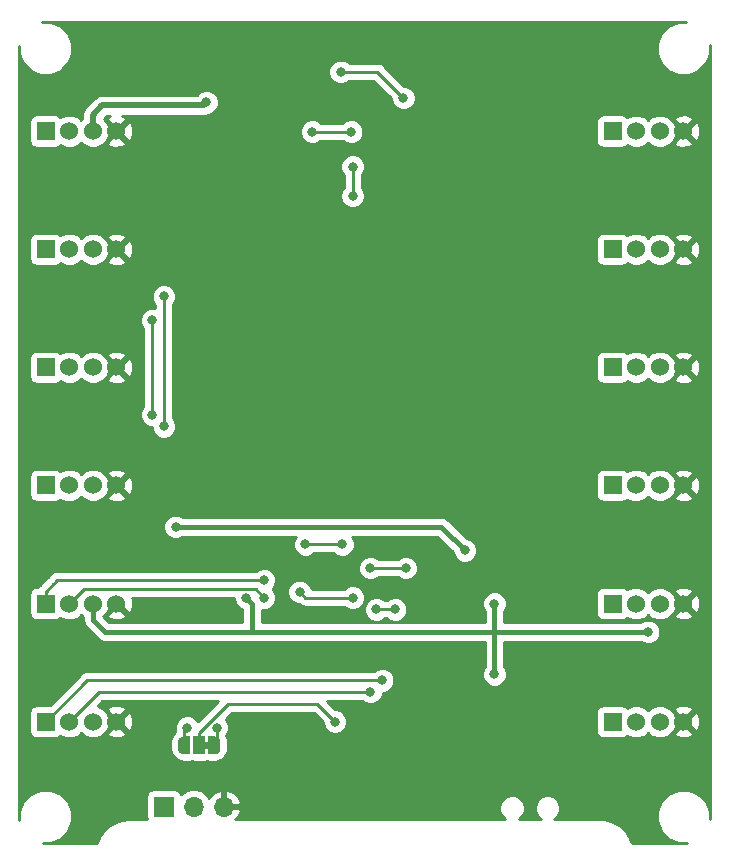
<source format=gbr>
G04 #@! TF.GenerationSoftware,KiCad,Pcbnew,(5.0.1-3-g963ef8bb5)*
G04 #@! TF.CreationDate,2020-03-03T13:58:01+01:00*
G04 #@! TF.ProjectId,studIOTmega_v11,73747564494F546D6567615F7631312E,rev?*
G04 #@! TF.SameCoordinates,Original*
G04 #@! TF.FileFunction,Copper,L2,Bot,Signal*
G04 #@! TF.FilePolarity,Positive*
%FSLAX46Y46*%
G04 Gerber Fmt 4.6, Leading zero omitted, Abs format (unit mm)*
G04 Created by KiCad (PCBNEW (5.0.1-3-g963ef8bb5)) date 2020 March 03, Tuesday 13:58:01*
%MOMM*%
%LPD*%
G01*
G04 APERTURE LIST*
G04 #@! TA.AperFunction,ComponentPad*
%ADD10O,1.700000X1.700000*%
G04 #@! TD*
G04 #@! TA.AperFunction,ComponentPad*
%ADD11R,1.700000X1.700000*%
G04 #@! TD*
G04 #@! TA.AperFunction,ComponentPad*
%ADD12R,1.524000X1.524000*%
G04 #@! TD*
G04 #@! TA.AperFunction,ComponentPad*
%ADD13C,1.524000*%
G04 #@! TD*
G04 #@! TA.AperFunction,SMDPad,CuDef*
%ADD14C,0.500000*%
G04 #@! TD*
G04 #@! TA.AperFunction,Conductor*
%ADD15C,0.100000*%
G04 #@! TD*
G04 #@! TA.AperFunction,SMDPad,CuDef*
%ADD16R,1.000000X1.500000*%
G04 #@! TD*
G04 #@! TA.AperFunction,ViaPad*
%ADD17C,0.800000*%
G04 #@! TD*
G04 #@! TA.AperFunction,Conductor*
%ADD18C,0.500000*%
G04 #@! TD*
G04 #@! TA.AperFunction,Conductor*
%ADD19C,0.400000*%
G04 #@! TD*
G04 #@! TA.AperFunction,Conductor*
%ADD20C,0.250000*%
G04 #@! TD*
G04 #@! TA.AperFunction,Conductor*
%ADD21C,0.254000*%
G04 #@! TD*
G04 APERTURE END LIST*
D10*
G04 #@! TO.P,J13,3*
G04 #@! TO.N,GND*
X88080000Y-143200000D03*
G04 #@! TO.P,J13,2*
G04 #@! TO.N,Net-(J13-Pad2)*
X85540000Y-143200000D03*
D11*
G04 #@! TO.P,J13,1*
G04 #@! TO.N,VUSB*
X83000000Y-143200000D03*
G04 #@! TD*
D12*
G04 #@! TO.P,J05,1*
G04 #@! TO.N,RX*
X73000000Y-136000000D03*
D13*
G04 #@! TO.P,J05,2*
G04 #@! TO.N,TX*
X75000000Y-136000000D03*
G04 #@! TO.P,J05,3*
G04 #@! TO.N,3V3*
X77000000Y-136000000D03*
G04 #@! TO.P,J05,4*
G04 #@! TO.N,GND*
X79000000Y-136000000D03*
G04 #@! TD*
D12*
G04 #@! TO.P,J08,1*
G04 #@! TO.N,D4*
X121000000Y-116000000D03*
D13*
G04 #@! TO.P,J08,2*
G04 #@! TO.N,D5*
X123000000Y-116000000D03*
G04 #@! TO.P,J08,3*
G04 #@! TO.N,3V3*
X125000000Y-116000000D03*
G04 #@! TO.P,J08,4*
G04 #@! TO.N,GND*
X127000000Y-116000000D03*
G04 #@! TD*
D12*
G04 #@! TO.P,J00,1*
G04 #@! TO.N,A0*
X73000000Y-86000000D03*
D13*
G04 #@! TO.P,J00,2*
G04 #@! TO.N,A1*
X75000000Y-86000000D03*
G04 #@! TO.P,J00,3*
G04 #@! TO.N,3V3*
X77000000Y-86000000D03*
G04 #@! TO.P,J00,4*
G04 #@! TO.N,GND*
X79000000Y-86000000D03*
G04 #@! TD*
D12*
G04 #@! TO.P,J01,1*
G04 #@! TO.N,A2*
X73000000Y-96000000D03*
D13*
G04 #@! TO.P,J01,2*
G04 #@! TO.N,A3*
X75000000Y-96000000D03*
G04 #@! TO.P,J01,3*
G04 #@! TO.N,3V3*
X77000000Y-96000000D03*
G04 #@! TO.P,J01,4*
G04 #@! TO.N,GND*
X79000000Y-96000000D03*
G04 #@! TD*
D12*
G04 #@! TO.P,J02,1*
G04 #@! TO.N,A6*
X73000000Y-106000000D03*
D13*
G04 #@! TO.P,J02,2*
G04 #@! TO.N,A7*
X75000000Y-106000000D03*
G04 #@! TO.P,J02,3*
G04 #@! TO.N,3V3*
X77000000Y-106000000D03*
G04 #@! TO.P,J02,4*
G04 #@! TO.N,GND*
X79000000Y-106000000D03*
G04 #@! TD*
D12*
G04 #@! TO.P,J03,1*
G04 #@! TO.N,SCL*
X73000000Y-116000000D03*
D13*
G04 #@! TO.P,J03,2*
G04 #@! TO.N,SDA*
X75000000Y-116000000D03*
G04 #@! TO.P,J03,3*
G04 #@! TO.N,3V3*
X77000000Y-116000000D03*
G04 #@! TO.P,J03,4*
G04 #@! TO.N,GND*
X79000000Y-116000000D03*
G04 #@! TD*
D12*
G04 #@! TO.P,J04,1*
G04 #@! TO.N,SCL*
X73000000Y-126000000D03*
D13*
G04 #@! TO.P,J04,2*
G04 #@! TO.N,SDA*
X75000000Y-126000000D03*
G04 #@! TO.P,J04,3*
G04 #@! TO.N,3V3*
X77000000Y-126000000D03*
G04 #@! TO.P,J04,4*
G04 #@! TO.N,GND*
X79000000Y-126000000D03*
G04 #@! TD*
D12*
G04 #@! TO.P,J06,1*
G04 #@! TO.N,D2*
X121000000Y-136000000D03*
D13*
G04 #@! TO.P,J06,2*
G04 #@! TO.N,D3*
X123000000Y-136000000D03*
G04 #@! TO.P,J06,3*
G04 #@! TO.N,3V3*
X125000000Y-136000000D03*
G04 #@! TO.P,J06,4*
G04 #@! TO.N,GND*
X127000000Y-136000000D03*
G04 #@! TD*
D12*
G04 #@! TO.P,J07,1*
G04 #@! TO.N,D3*
X121000000Y-126000000D03*
D13*
G04 #@! TO.P,J07,2*
G04 #@! TO.N,D4*
X123000000Y-126000000D03*
G04 #@! TO.P,J07,3*
G04 #@! TO.N,3V3*
X125000000Y-126000000D03*
G04 #@! TO.P,J07,4*
G04 #@! TO.N,GND*
X127000000Y-126000000D03*
G04 #@! TD*
D12*
G04 #@! TO.P,J09,1*
G04 #@! TO.N,D5*
X121000000Y-106000000D03*
D13*
G04 #@! TO.P,J09,2*
G04 #@! TO.N,D6*
X123000000Y-106000000D03*
G04 #@! TO.P,J09,3*
G04 #@! TO.N,3V3*
X125000000Y-106000000D03*
G04 #@! TO.P,J09,4*
G04 #@! TO.N,GND*
X127000000Y-106000000D03*
G04 #@! TD*
D12*
G04 #@! TO.P,J10,1*
G04 #@! TO.N,D6*
X121000000Y-96000000D03*
D13*
G04 #@! TO.P,J10,2*
G04 #@! TO.N,D7*
X123000000Y-96000000D03*
G04 #@! TO.P,J10,3*
G04 #@! TO.N,3V3*
X125000000Y-96000000D03*
G04 #@! TO.P,J10,4*
G04 #@! TO.N,GND*
X127000000Y-96000000D03*
G04 #@! TD*
D12*
G04 #@! TO.P,J11,1*
G04 #@! TO.N,D7*
X121000000Y-86000000D03*
D13*
G04 #@! TO.P,J11,2*
G04 #@! TO.N,D8*
X123000000Y-86000000D03*
G04 #@! TO.P,J11,3*
G04 #@! TO.N,3V3*
X125000000Y-86000000D03*
G04 #@! TO.P,J11,4*
G04 #@! TO.N,GND*
X127000000Y-86000000D03*
G04 #@! TD*
D14*
G04 #@! TO.P,JP00,1*
G04 #@! TO.N,Net-(JP00-Pad1)*
X87300000Y-138000000D03*
D15*
G04 #@! TD*
G04 #@! TO.N,Net-(JP00-Pad1)*
G04 #@! TO.C,JP00*
G36*
X86750000Y-138300000D02*
X86400000Y-138300000D01*
X86400000Y-137700000D01*
X86750000Y-137700000D01*
X86750000Y-137250000D01*
X87300000Y-137250000D01*
X87300000Y-137250602D01*
X87324534Y-137250602D01*
X87373365Y-137255412D01*
X87421490Y-137264984D01*
X87468445Y-137279228D01*
X87513778Y-137298005D01*
X87557051Y-137321136D01*
X87597850Y-137348396D01*
X87635779Y-137379524D01*
X87670476Y-137414221D01*
X87701604Y-137452150D01*
X87728864Y-137492949D01*
X87751995Y-137536222D01*
X87770772Y-137581555D01*
X87785016Y-137628510D01*
X87794588Y-137676635D01*
X87799398Y-137725466D01*
X87799398Y-137750000D01*
X87800000Y-137750000D01*
X87800000Y-138250000D01*
X87799398Y-138250000D01*
X87799398Y-138274534D01*
X87794588Y-138323365D01*
X87785016Y-138371490D01*
X87770772Y-138418445D01*
X87751995Y-138463778D01*
X87728864Y-138507051D01*
X87701604Y-138547850D01*
X87670476Y-138585779D01*
X87635779Y-138620476D01*
X87597850Y-138651604D01*
X87557051Y-138678864D01*
X87513778Y-138701995D01*
X87468445Y-138720772D01*
X87421490Y-138735016D01*
X87373365Y-138744588D01*
X87324534Y-138749398D01*
X87300000Y-138749398D01*
X87300000Y-138750000D01*
X86750000Y-138750000D01*
X86750000Y-138300000D01*
X86750000Y-138300000D01*
G37*
D14*
G04 #@! TO.P,JP00,3*
G04 #@! TO.N,Net-(JP00-Pad3)*
X84700000Y-138000000D03*
D15*
G04 #@! TD*
G04 #@! TO.N,Net-(JP00-Pad3)*
G04 #@! TO.C,JP00*
G36*
X84700000Y-138749398D02*
X84675466Y-138749398D01*
X84626635Y-138744588D01*
X84578510Y-138735016D01*
X84531555Y-138720772D01*
X84486222Y-138701995D01*
X84442949Y-138678864D01*
X84402150Y-138651604D01*
X84364221Y-138620476D01*
X84329524Y-138585779D01*
X84298396Y-138547850D01*
X84271136Y-138507051D01*
X84248005Y-138463778D01*
X84229228Y-138418445D01*
X84214984Y-138371490D01*
X84205412Y-138323365D01*
X84200602Y-138274534D01*
X84200602Y-138250000D01*
X84200000Y-138250000D01*
X84200000Y-137750000D01*
X84200602Y-137750000D01*
X84200602Y-137725466D01*
X84205412Y-137676635D01*
X84214984Y-137628510D01*
X84229228Y-137581555D01*
X84248005Y-137536222D01*
X84271136Y-137492949D01*
X84298396Y-137452150D01*
X84329524Y-137414221D01*
X84364221Y-137379524D01*
X84402150Y-137348396D01*
X84442949Y-137321136D01*
X84486222Y-137298005D01*
X84531555Y-137279228D01*
X84578510Y-137264984D01*
X84626635Y-137255412D01*
X84675466Y-137250602D01*
X84700000Y-137250602D01*
X84700000Y-137250000D01*
X85250000Y-137250000D01*
X85250000Y-138750000D01*
X84700000Y-138750000D01*
X84700000Y-138749398D01*
X84700000Y-138749398D01*
G37*
D16*
G04 #@! TO.P,JP00,2*
G04 #@! TO.N,Net-(JP00-Pad2)*
X86000000Y-138000000D03*
G04 #@! TD*
D17*
G04 #@! TO.N,GND*
X91100000Y-115300000D03*
X78700000Y-141100000D03*
X120500000Y-141600000D03*
X102489000Y-114236500D03*
X102600000Y-88500000D03*
X102600000Y-91100000D03*
X82800000Y-90700000D03*
X106500000Y-130500000D03*
X93500000Y-123000000D03*
X85500000Y-126500000D03*
X85000000Y-130000000D03*
X94500000Y-127000000D03*
X99000000Y-131000000D03*
X113500000Y-130000000D03*
X116000000Y-127000000D03*
X94500000Y-136500000D03*
X102500000Y-136000000D03*
X102500000Y-137000000D03*
X102500000Y-138000000D03*
X102500000Y-139000000D03*
X106000000Y-143500000D03*
X73500000Y-130500000D03*
X72000000Y-122000000D03*
X122000000Y-133000000D03*
X121500000Y-120500000D03*
G04 #@! TO.N,3V3*
X86614000Y-83566000D03*
X124015500Y-128397000D03*
X90000000Y-125500000D03*
X111000000Y-126000000D03*
X111000000Y-132000000D03*
G04 #@! TO.N,SDA*
X83000000Y-100000000D03*
X83000000Y-111000000D03*
X91500000Y-125500000D03*
G04 #@! TO.N,SCL*
X82000000Y-102000000D03*
X82000000Y-110000000D03*
X91500000Y-124000000D03*
G04 #@! TO.N,RX*
X101500000Y-132500000D03*
G04 #@! TO.N,TX*
X102600000Y-126500000D03*
X101000000Y-126500000D03*
X100500000Y-133500000D03*
G04 #@! TO.N,D9*
X95000000Y-121000000D03*
X98125000Y-121000000D03*
G04 #@! TO.N,D11*
X98869500Y-86042500D03*
X95567500Y-86042500D03*
G04 #@! TO.N,D13*
X97973248Y-80973248D03*
X103300000Y-83200000D03*
G04 #@! TO.N,Net-(JP00-Pad1)*
X87500000Y-136500000D03*
G04 #@! TO.N,Net-(JP00-Pad3)*
X85000000Y-136500000D03*
G04 #@! TO.N,Net-(JP00-Pad2)*
X103500000Y-123000000D03*
X100500000Y-123000000D03*
X97500000Y-136000000D03*
G04 #@! TO.N,VUSB*
X108500000Y-121500000D03*
X84000000Y-119500000D03*
G04 #@! TO.N,ALRT*
X99000000Y-91500000D03*
X99000000Y-125500000D03*
X99000000Y-89000000D03*
X94500000Y-125000000D03*
G04 #@! TD*
D18*
G04 #@! TO.N,3V3*
X77800000Y-83800000D02*
X85400000Y-83800000D01*
X77000000Y-84600000D02*
X77800000Y-83800000D01*
X77000000Y-86000000D02*
X77000000Y-84600000D01*
X86380000Y-83800000D02*
X86614000Y-83566000D01*
X85400000Y-83800000D02*
X86380000Y-83800000D01*
D19*
X124015500Y-128397000D02*
X117600000Y-128400000D01*
X90500000Y-128400000D02*
X90500000Y-126000000D01*
X90500000Y-126000000D02*
X90000000Y-125500000D01*
X111000000Y-128400000D02*
X111000000Y-126000000D01*
X117600000Y-128400000D02*
X111000000Y-128400000D01*
X111000000Y-128400000D02*
X90500000Y-128400000D01*
X111000000Y-128400000D02*
X111000000Y-132000000D01*
X77000000Y-127400000D02*
X78000000Y-128400000D01*
X77000000Y-126000000D02*
X77000000Y-127400000D01*
X90500000Y-128400000D02*
X78000000Y-128400000D01*
D20*
G04 #@! TO.N,SDA*
X83000000Y-100000000D02*
X83000000Y-111000000D01*
X76225001Y-124774999D02*
X90774999Y-124774999D01*
X90774999Y-124774999D02*
X91500000Y-125500000D01*
X75000000Y-126000000D02*
X76225001Y-124774999D01*
G04 #@! TO.N,SCL*
X82000000Y-102000000D02*
X82000000Y-110000000D01*
X73663010Y-124324990D02*
X73000000Y-124988000D01*
X73000000Y-124988000D02*
X73000000Y-126000000D01*
X73988000Y-124000000D02*
X73000000Y-124988000D01*
X91500000Y-124000000D02*
X73988000Y-124000000D01*
G04 #@! TO.N,RX*
X76500000Y-132500000D02*
X73000000Y-136000000D01*
X101500000Y-132500000D02*
X76500000Y-132500000D01*
G04 #@! TO.N,TX*
X102600000Y-126500000D02*
X101000000Y-126500000D01*
X77500000Y-133500000D02*
X75000000Y-136000000D01*
X100500000Y-133500000D02*
X77500000Y-133500000D01*
G04 #@! TO.N,D9*
X95000000Y-121000000D02*
X98125000Y-121000000D01*
G04 #@! TO.N,D11*
X96133185Y-86042500D02*
X98869500Y-86042500D01*
X95567500Y-86042500D02*
X96133185Y-86042500D01*
G04 #@! TO.N,D13*
X100973248Y-80973248D02*
X101000000Y-81000000D01*
X97973248Y-80973248D02*
X100973248Y-80973248D01*
X101073248Y-80973248D02*
X103300000Y-83200000D01*
X100973248Y-80973248D02*
X101073248Y-80973248D01*
G04 #@! TO.N,Net-(JP00-Pad1)*
X87500000Y-137800000D02*
X87300000Y-138000000D01*
X87500000Y-136500000D02*
X87500000Y-137800000D01*
G04 #@! TO.N,Net-(JP00-Pad3)*
X84700000Y-136800000D02*
X85000000Y-136500000D01*
X84700000Y-138000000D02*
X84700000Y-136800000D01*
G04 #@! TO.N,Net-(JP00-Pad2)*
X103500000Y-123000000D02*
X100500000Y-123000000D01*
X96000000Y-134500000D02*
X97500000Y-136000000D01*
X88426998Y-134500000D02*
X96000000Y-134500000D01*
X86000000Y-136926998D02*
X88426998Y-134500000D01*
X86000000Y-138000000D02*
X86000000Y-136926998D01*
D19*
G04 #@! TO.N,VUSB*
X106500000Y-119500000D02*
X84000000Y-119500000D01*
X108500000Y-121500000D02*
X106500000Y-119500000D01*
D20*
G04 #@! TO.N,ALRT*
X99000000Y-89000000D02*
X99000000Y-91500000D01*
X94500000Y-125000000D02*
X95000000Y-125500000D01*
X95000000Y-125500000D02*
X95500000Y-125500000D01*
X95500000Y-125500000D02*
X99000000Y-125500000D01*
G04 #@! TD*
D21*
G04 #@! TO.N,GND*
G36*
X127214615Y-76765000D02*
X126555431Y-76765000D01*
X125733974Y-77105259D01*
X125105259Y-77733974D01*
X124765000Y-78555431D01*
X124765000Y-79444569D01*
X125105259Y-80266026D01*
X125733974Y-80894741D01*
X126555431Y-81235000D01*
X127444569Y-81235000D01*
X128266026Y-80894741D01*
X128894741Y-80266026D01*
X129235000Y-79444569D01*
X129235000Y-78696587D01*
X129265000Y-79032732D01*
X129265001Y-143957290D01*
X129235000Y-144214615D01*
X129235000Y-143555431D01*
X128894741Y-142733974D01*
X128266026Y-142105259D01*
X127444569Y-141765000D01*
X126555431Y-141765000D01*
X125733974Y-142105259D01*
X125105259Y-142733974D01*
X124765000Y-143555431D01*
X124765000Y-144444569D01*
X125105259Y-145266026D01*
X125733974Y-145894741D01*
X126555431Y-146235000D01*
X127303414Y-146235000D01*
X126967269Y-146265000D01*
X122613794Y-146265000D01*
X122519738Y-145950500D01*
X122477890Y-145859932D01*
X122437164Y-145768889D01*
X122432327Y-145761324D01*
X122123899Y-145285478D01*
X122058310Y-145210293D01*
X121993672Y-145134343D01*
X121986906Y-145128440D01*
X121557321Y-144758285D01*
X121473248Y-144704518D01*
X121389908Y-144649774D01*
X121381757Y-144646007D01*
X120865549Y-144411302D01*
X120769779Y-144383297D01*
X120674410Y-144354140D01*
X120665530Y-144352812D01*
X120123869Y-144275240D01*
X120072388Y-144265000D01*
X116077951Y-144265000D01*
X116114603Y-144249818D01*
X116419818Y-143944603D01*
X116585000Y-143545820D01*
X116585000Y-143114180D01*
X116419818Y-142715397D01*
X116114603Y-142410182D01*
X115715820Y-142245000D01*
X115284180Y-142245000D01*
X114885397Y-142410182D01*
X114580182Y-142715397D01*
X114415000Y-143114180D01*
X114415000Y-143545820D01*
X114580182Y-143944603D01*
X114885397Y-144249818D01*
X114922049Y-144265000D01*
X113077951Y-144265000D01*
X113114603Y-144249818D01*
X113419818Y-143944603D01*
X113585000Y-143545820D01*
X113585000Y-143114180D01*
X113419818Y-142715397D01*
X113114603Y-142410182D01*
X112715820Y-142245000D01*
X112284180Y-142245000D01*
X111885397Y-142410182D01*
X111580182Y-142715397D01*
X111415000Y-143114180D01*
X111415000Y-143545820D01*
X111580182Y-143944603D01*
X111885397Y-144249818D01*
X111922049Y-144265000D01*
X89073674Y-144265000D01*
X89275183Y-144081358D01*
X89521486Y-143556892D01*
X89400819Y-143327000D01*
X88207000Y-143327000D01*
X88207000Y-143347000D01*
X87953000Y-143347000D01*
X87953000Y-143327000D01*
X87933000Y-143327000D01*
X87933000Y-143073000D01*
X87953000Y-143073000D01*
X87953000Y-141879845D01*
X88207000Y-141879845D01*
X88207000Y-143073000D01*
X89400819Y-143073000D01*
X89521486Y-142843108D01*
X89275183Y-142318642D01*
X88846924Y-141928355D01*
X88436890Y-141758524D01*
X88207000Y-141879845D01*
X87953000Y-141879845D01*
X87723110Y-141758524D01*
X87313076Y-141928355D01*
X86884817Y-142318642D01*
X86823843Y-142448478D01*
X86610625Y-142129375D01*
X86119418Y-141801161D01*
X85686256Y-141715000D01*
X85393744Y-141715000D01*
X84960582Y-141801161D01*
X84469375Y-142129375D01*
X84457184Y-142147619D01*
X84448157Y-142102235D01*
X84307809Y-141892191D01*
X84097765Y-141751843D01*
X83850000Y-141702560D01*
X82150000Y-141702560D01*
X81902235Y-141751843D01*
X81692191Y-141892191D01*
X81551843Y-142102235D01*
X81502560Y-142350000D01*
X81502560Y-144050000D01*
X81545326Y-144265000D01*
X79927612Y-144265000D01*
X79900705Y-144270352D01*
X79649912Y-144288989D01*
X79576677Y-144305091D01*
X79502403Y-144315265D01*
X79493785Y-144317785D01*
X78950500Y-144480262D01*
X78859932Y-144522110D01*
X78768889Y-144562836D01*
X78761324Y-144567673D01*
X78285478Y-144876101D01*
X78210293Y-144941690D01*
X78134343Y-145006328D01*
X78128440Y-145013094D01*
X77758285Y-145442679D01*
X77704518Y-145526752D01*
X77649774Y-145610092D01*
X77646007Y-145618243D01*
X77411302Y-146134451D01*
X77383297Y-146230221D01*
X77372664Y-146265000D01*
X73042702Y-146265000D01*
X72785385Y-146235000D01*
X73444569Y-146235000D01*
X74266026Y-145894741D01*
X74894741Y-145266026D01*
X75235000Y-144444569D01*
X75235000Y-143555431D01*
X74894741Y-142733974D01*
X74266026Y-142105259D01*
X73444569Y-141765000D01*
X72555431Y-141765000D01*
X71733974Y-142105259D01*
X71105259Y-142733974D01*
X70765000Y-143555431D01*
X70765000Y-144303414D01*
X70735000Y-143967269D01*
X70735000Y-135238000D01*
X71590560Y-135238000D01*
X71590560Y-136762000D01*
X71639843Y-137009765D01*
X71780191Y-137219809D01*
X71990235Y-137360157D01*
X72238000Y-137409440D01*
X73762000Y-137409440D01*
X74009765Y-137360157D01*
X74219809Y-137219809D01*
X74235966Y-137195629D01*
X74722119Y-137397000D01*
X75277881Y-137397000D01*
X75791337Y-137184320D01*
X76000000Y-136975657D01*
X76208663Y-137184320D01*
X76722119Y-137397000D01*
X77277881Y-137397000D01*
X77791337Y-137184320D01*
X77995444Y-136980213D01*
X78199392Y-136980213D01*
X78268857Y-137222397D01*
X78792302Y-137409144D01*
X79347368Y-137381362D01*
X79731143Y-137222397D01*
X79800608Y-136980213D01*
X79000000Y-136179605D01*
X78199392Y-136980213D01*
X77995444Y-136980213D01*
X78184320Y-136791337D01*
X78294106Y-136526289D01*
X78820395Y-136000000D01*
X79179605Y-136000000D01*
X79980213Y-136800608D01*
X80222397Y-136731143D01*
X80409144Y-136207698D01*
X80381362Y-135652632D01*
X80222397Y-135268857D01*
X79980213Y-135199392D01*
X79179605Y-136000000D01*
X78820395Y-136000000D01*
X78294106Y-135473711D01*
X78184320Y-135208663D01*
X77995444Y-135019787D01*
X78199392Y-135019787D01*
X79000000Y-135820395D01*
X79800608Y-135019787D01*
X79731143Y-134777603D01*
X79207698Y-134590856D01*
X78652632Y-134618638D01*
X78268857Y-134777603D01*
X78199392Y-135019787D01*
X77995444Y-135019787D01*
X77791337Y-134815680D01*
X77415004Y-134659798D01*
X77814802Y-134260000D01*
X87592195Y-134260000D01*
X85895311Y-135956886D01*
X85877431Y-135913720D01*
X85586280Y-135622569D01*
X85205874Y-135465000D01*
X84794126Y-135465000D01*
X84413720Y-135622569D01*
X84122569Y-135913720D01*
X83965000Y-136294126D01*
X83965000Y-136599470D01*
X83925112Y-136800000D01*
X83940001Y-136874851D01*
X83940001Y-136893370D01*
X83924994Y-136905686D01*
X83855686Y-136974994D01*
X83775169Y-137073104D01*
X83720713Y-137154603D01*
X83660881Y-137266540D01*
X83623372Y-137357096D01*
X83586530Y-137478549D01*
X83567408Y-137574682D01*
X83554968Y-137700991D01*
X83554968Y-137737894D01*
X83552560Y-137750000D01*
X83552560Y-138250000D01*
X83554968Y-138262106D01*
X83554968Y-138299009D01*
X83567408Y-138425318D01*
X83586530Y-138521451D01*
X83623372Y-138642904D01*
X83660881Y-138733460D01*
X83720713Y-138845397D01*
X83775169Y-138926896D01*
X83855686Y-139025006D01*
X83924994Y-139094314D01*
X84023104Y-139174831D01*
X84104603Y-139229287D01*
X84216540Y-139289119D01*
X84307096Y-139326628D01*
X84428549Y-139363470D01*
X84524682Y-139382592D01*
X84650991Y-139395032D01*
X84687894Y-139395032D01*
X84700000Y-139397440D01*
X85250000Y-139397440D01*
X85375000Y-139372576D01*
X85500000Y-139397440D01*
X86500000Y-139397440D01*
X86625000Y-139372576D01*
X86750000Y-139397440D01*
X87300000Y-139397440D01*
X87312106Y-139395032D01*
X87349009Y-139395032D01*
X87475318Y-139382592D01*
X87571451Y-139363470D01*
X87692904Y-139326628D01*
X87783460Y-139289119D01*
X87895397Y-139229287D01*
X87976896Y-139174831D01*
X88075006Y-139094314D01*
X88144314Y-139025006D01*
X88224831Y-138926896D01*
X88279287Y-138845397D01*
X88339119Y-138733460D01*
X88376628Y-138642904D01*
X88413470Y-138521451D01*
X88432592Y-138425318D01*
X88445032Y-138299009D01*
X88445032Y-138262106D01*
X88447440Y-138250000D01*
X88447440Y-137750000D01*
X88445032Y-137737894D01*
X88445032Y-137700991D01*
X88432592Y-137574682D01*
X88413470Y-137478549D01*
X88376628Y-137357096D01*
X88339119Y-137266540D01*
X88289674Y-137174037D01*
X88377431Y-137086280D01*
X88535000Y-136705874D01*
X88535000Y-136294126D01*
X88377431Y-135913720D01*
X88232756Y-135769045D01*
X88741801Y-135260000D01*
X95685199Y-135260000D01*
X96465000Y-136039802D01*
X96465000Y-136205874D01*
X96622569Y-136586280D01*
X96913720Y-136877431D01*
X97294126Y-137035000D01*
X97705874Y-137035000D01*
X98086280Y-136877431D01*
X98377431Y-136586280D01*
X98535000Y-136205874D01*
X98535000Y-135794126D01*
X98377431Y-135413720D01*
X98201711Y-135238000D01*
X119590560Y-135238000D01*
X119590560Y-136762000D01*
X119639843Y-137009765D01*
X119780191Y-137219809D01*
X119990235Y-137360157D01*
X120238000Y-137409440D01*
X121762000Y-137409440D01*
X122009765Y-137360157D01*
X122219809Y-137219809D01*
X122235966Y-137195629D01*
X122722119Y-137397000D01*
X123277881Y-137397000D01*
X123791337Y-137184320D01*
X124000000Y-136975657D01*
X124208663Y-137184320D01*
X124722119Y-137397000D01*
X125277881Y-137397000D01*
X125791337Y-137184320D01*
X125995444Y-136980213D01*
X126199392Y-136980213D01*
X126268857Y-137222397D01*
X126792302Y-137409144D01*
X127347368Y-137381362D01*
X127731143Y-137222397D01*
X127800608Y-136980213D01*
X127000000Y-136179605D01*
X126199392Y-136980213D01*
X125995444Y-136980213D01*
X126184320Y-136791337D01*
X126294106Y-136526289D01*
X126820395Y-136000000D01*
X127179605Y-136000000D01*
X127980213Y-136800608D01*
X128222397Y-136731143D01*
X128409144Y-136207698D01*
X128381362Y-135652632D01*
X128222397Y-135268857D01*
X127980213Y-135199392D01*
X127179605Y-136000000D01*
X126820395Y-136000000D01*
X126294106Y-135473711D01*
X126184320Y-135208663D01*
X125995444Y-135019787D01*
X126199392Y-135019787D01*
X127000000Y-135820395D01*
X127800608Y-135019787D01*
X127731143Y-134777603D01*
X127207698Y-134590856D01*
X126652632Y-134618638D01*
X126268857Y-134777603D01*
X126199392Y-135019787D01*
X125995444Y-135019787D01*
X125791337Y-134815680D01*
X125277881Y-134603000D01*
X124722119Y-134603000D01*
X124208663Y-134815680D01*
X124000000Y-135024343D01*
X123791337Y-134815680D01*
X123277881Y-134603000D01*
X122722119Y-134603000D01*
X122235966Y-134804371D01*
X122219809Y-134780191D01*
X122009765Y-134639843D01*
X121762000Y-134590560D01*
X120238000Y-134590560D01*
X119990235Y-134639843D01*
X119780191Y-134780191D01*
X119639843Y-134990235D01*
X119590560Y-135238000D01*
X98201711Y-135238000D01*
X98086280Y-135122569D01*
X97705874Y-134965000D01*
X97539802Y-134965000D01*
X96834801Y-134260000D01*
X99796289Y-134260000D01*
X99913720Y-134377431D01*
X100294126Y-134535000D01*
X100705874Y-134535000D01*
X101086280Y-134377431D01*
X101377431Y-134086280D01*
X101535000Y-133705874D01*
X101535000Y-133535000D01*
X101705874Y-133535000D01*
X102086280Y-133377431D01*
X102377431Y-133086280D01*
X102535000Y-132705874D01*
X102535000Y-132294126D01*
X102377431Y-131913720D01*
X102086280Y-131622569D01*
X101705874Y-131465000D01*
X101294126Y-131465000D01*
X100913720Y-131622569D01*
X100796289Y-131740000D01*
X76574846Y-131740000D01*
X76499999Y-131725112D01*
X76425152Y-131740000D01*
X76425148Y-131740000D01*
X76203463Y-131784096D01*
X76203461Y-131784097D01*
X76203462Y-131784097D01*
X76015526Y-131909671D01*
X76015524Y-131909673D01*
X75952071Y-131952071D01*
X75909673Y-132015524D01*
X73334638Y-134590560D01*
X72238000Y-134590560D01*
X71990235Y-134639843D01*
X71780191Y-134780191D01*
X71639843Y-134990235D01*
X71590560Y-135238000D01*
X70735000Y-135238000D01*
X70735000Y-125238000D01*
X71590560Y-125238000D01*
X71590560Y-126762000D01*
X71639843Y-127009765D01*
X71780191Y-127219809D01*
X71990235Y-127360157D01*
X72238000Y-127409440D01*
X73762000Y-127409440D01*
X74009765Y-127360157D01*
X74219809Y-127219809D01*
X74235966Y-127195629D01*
X74722119Y-127397000D01*
X75277881Y-127397000D01*
X75791337Y-127184320D01*
X76000000Y-126975657D01*
X76165001Y-127140658D01*
X76165001Y-127317762D01*
X76148643Y-127400000D01*
X76213448Y-127725800D01*
X76270190Y-127810720D01*
X76398000Y-128002001D01*
X76467718Y-128048585D01*
X77351415Y-128932282D01*
X77397999Y-129002001D01*
X77674199Y-129186552D01*
X77917763Y-129235000D01*
X78000000Y-129251358D01*
X78082237Y-129235000D01*
X90417763Y-129235000D01*
X90500000Y-129251358D01*
X90582237Y-129235000D01*
X110165000Y-129235000D01*
X110165001Y-131371288D01*
X110122569Y-131413720D01*
X109965000Y-131794126D01*
X109965000Y-132205874D01*
X110122569Y-132586280D01*
X110413720Y-132877431D01*
X110794126Y-133035000D01*
X111205874Y-133035000D01*
X111586280Y-132877431D01*
X111877431Y-132586280D01*
X112035000Y-132205874D01*
X112035000Y-131794126D01*
X111877431Y-131413720D01*
X111835000Y-131371289D01*
X111835000Y-129235000D01*
X117517962Y-129235000D01*
X117518154Y-129235038D01*
X117599415Y-129235000D01*
X117682237Y-129235000D01*
X117682432Y-129234961D01*
X123387083Y-129232294D01*
X123429220Y-129274431D01*
X123809626Y-129432000D01*
X124221374Y-129432000D01*
X124601780Y-129274431D01*
X124892931Y-128983280D01*
X125050500Y-128602874D01*
X125050500Y-128191126D01*
X124892931Y-127810720D01*
X124601780Y-127519569D01*
X124221374Y-127362000D01*
X123809626Y-127362000D01*
X123429220Y-127519569D01*
X123386495Y-127562294D01*
X117600772Y-127565000D01*
X111835000Y-127565000D01*
X111835000Y-126628711D01*
X111877431Y-126586280D01*
X112035000Y-126205874D01*
X112035000Y-125794126D01*
X111877431Y-125413720D01*
X111701711Y-125238000D01*
X119590560Y-125238000D01*
X119590560Y-126762000D01*
X119639843Y-127009765D01*
X119780191Y-127219809D01*
X119990235Y-127360157D01*
X120238000Y-127409440D01*
X121762000Y-127409440D01*
X122009765Y-127360157D01*
X122219809Y-127219809D01*
X122235966Y-127195629D01*
X122722119Y-127397000D01*
X123277881Y-127397000D01*
X123791337Y-127184320D01*
X124000000Y-126975657D01*
X124208663Y-127184320D01*
X124722119Y-127397000D01*
X125277881Y-127397000D01*
X125791337Y-127184320D01*
X125995444Y-126980213D01*
X126199392Y-126980213D01*
X126268857Y-127222397D01*
X126792302Y-127409144D01*
X127347368Y-127381362D01*
X127731143Y-127222397D01*
X127800608Y-126980213D01*
X127000000Y-126179605D01*
X126199392Y-126980213D01*
X125995444Y-126980213D01*
X126184320Y-126791337D01*
X126294106Y-126526289D01*
X126820395Y-126000000D01*
X127179605Y-126000000D01*
X127980213Y-126800608D01*
X128222397Y-126731143D01*
X128409144Y-126207698D01*
X128381362Y-125652632D01*
X128222397Y-125268857D01*
X127980213Y-125199392D01*
X127179605Y-126000000D01*
X126820395Y-126000000D01*
X126294106Y-125473711D01*
X126184320Y-125208663D01*
X125995444Y-125019787D01*
X126199392Y-125019787D01*
X127000000Y-125820395D01*
X127800608Y-125019787D01*
X127731143Y-124777603D01*
X127207698Y-124590856D01*
X126652632Y-124618638D01*
X126268857Y-124777603D01*
X126199392Y-125019787D01*
X125995444Y-125019787D01*
X125791337Y-124815680D01*
X125277881Y-124603000D01*
X124722119Y-124603000D01*
X124208663Y-124815680D01*
X124000000Y-125024343D01*
X123791337Y-124815680D01*
X123277881Y-124603000D01*
X122722119Y-124603000D01*
X122235966Y-124804371D01*
X122219809Y-124780191D01*
X122009765Y-124639843D01*
X121762000Y-124590560D01*
X120238000Y-124590560D01*
X119990235Y-124639843D01*
X119780191Y-124780191D01*
X119639843Y-124990235D01*
X119590560Y-125238000D01*
X111701711Y-125238000D01*
X111586280Y-125122569D01*
X111205874Y-124965000D01*
X110794126Y-124965000D01*
X110413720Y-125122569D01*
X110122569Y-125413720D01*
X109965000Y-125794126D01*
X109965000Y-126205874D01*
X110122569Y-126586280D01*
X110165001Y-126628712D01*
X110165000Y-127565000D01*
X91335000Y-127565000D01*
X91335000Y-126535000D01*
X91705874Y-126535000D01*
X92086280Y-126377431D01*
X92377431Y-126086280D01*
X92535000Y-125705874D01*
X92535000Y-125294126D01*
X92377431Y-124913720D01*
X92257837Y-124794126D01*
X93465000Y-124794126D01*
X93465000Y-125205874D01*
X93622569Y-125586280D01*
X93913720Y-125877431D01*
X94294126Y-126035000D01*
X94443432Y-126035000D01*
X94452071Y-126047929D01*
X94515527Y-126090329D01*
X94703462Y-126215904D01*
X94751605Y-126225480D01*
X94925148Y-126260000D01*
X94925152Y-126260000D01*
X95000000Y-126274888D01*
X95074848Y-126260000D01*
X98296289Y-126260000D01*
X98413720Y-126377431D01*
X98794126Y-126535000D01*
X99205874Y-126535000D01*
X99586280Y-126377431D01*
X99669585Y-126294126D01*
X99965000Y-126294126D01*
X99965000Y-126705874D01*
X100122569Y-127086280D01*
X100413720Y-127377431D01*
X100794126Y-127535000D01*
X101205874Y-127535000D01*
X101586280Y-127377431D01*
X101703711Y-127260000D01*
X101896289Y-127260000D01*
X102013720Y-127377431D01*
X102394126Y-127535000D01*
X102805874Y-127535000D01*
X103186280Y-127377431D01*
X103477431Y-127086280D01*
X103635000Y-126705874D01*
X103635000Y-126294126D01*
X103477431Y-125913720D01*
X103186280Y-125622569D01*
X102805874Y-125465000D01*
X102394126Y-125465000D01*
X102013720Y-125622569D01*
X101896289Y-125740000D01*
X101703711Y-125740000D01*
X101586280Y-125622569D01*
X101205874Y-125465000D01*
X100794126Y-125465000D01*
X100413720Y-125622569D01*
X100122569Y-125913720D01*
X99965000Y-126294126D01*
X99669585Y-126294126D01*
X99877431Y-126086280D01*
X100035000Y-125705874D01*
X100035000Y-125294126D01*
X99877431Y-124913720D01*
X99586280Y-124622569D01*
X99205874Y-124465000D01*
X98794126Y-124465000D01*
X98413720Y-124622569D01*
X98296289Y-124740000D01*
X95512580Y-124740000D01*
X95377431Y-124413720D01*
X95086280Y-124122569D01*
X94705874Y-123965000D01*
X94294126Y-123965000D01*
X93913720Y-124122569D01*
X93622569Y-124413720D01*
X93465000Y-124794126D01*
X92257837Y-124794126D01*
X92213711Y-124750000D01*
X92377431Y-124586280D01*
X92535000Y-124205874D01*
X92535000Y-123794126D01*
X92377431Y-123413720D01*
X92086280Y-123122569D01*
X91705874Y-122965000D01*
X91294126Y-122965000D01*
X90913720Y-123122569D01*
X90796289Y-123240000D01*
X74062847Y-123240000D01*
X73988000Y-123225112D01*
X73913153Y-123240000D01*
X73913148Y-123240000D01*
X73691463Y-123284096D01*
X73440071Y-123452071D01*
X73397671Y-123515527D01*
X73178537Y-123734661D01*
X72790630Y-124122569D01*
X72515530Y-124397669D01*
X72452071Y-124440071D01*
X72351518Y-124590560D01*
X72238000Y-124590560D01*
X71990235Y-124639843D01*
X71780191Y-124780191D01*
X71639843Y-124990235D01*
X71590560Y-125238000D01*
X70735000Y-125238000D01*
X70735000Y-122794126D01*
X99465000Y-122794126D01*
X99465000Y-123205874D01*
X99622569Y-123586280D01*
X99913720Y-123877431D01*
X100294126Y-124035000D01*
X100705874Y-124035000D01*
X101086280Y-123877431D01*
X101203711Y-123760000D01*
X102796289Y-123760000D01*
X102913720Y-123877431D01*
X103294126Y-124035000D01*
X103705874Y-124035000D01*
X104086280Y-123877431D01*
X104377431Y-123586280D01*
X104535000Y-123205874D01*
X104535000Y-122794126D01*
X104377431Y-122413720D01*
X104086280Y-122122569D01*
X103705874Y-121965000D01*
X103294126Y-121965000D01*
X102913720Y-122122569D01*
X102796289Y-122240000D01*
X101203711Y-122240000D01*
X101086280Y-122122569D01*
X100705874Y-121965000D01*
X100294126Y-121965000D01*
X99913720Y-122122569D01*
X99622569Y-122413720D01*
X99465000Y-122794126D01*
X70735000Y-122794126D01*
X70735000Y-119294126D01*
X82965000Y-119294126D01*
X82965000Y-119705874D01*
X83122569Y-120086280D01*
X83413720Y-120377431D01*
X83794126Y-120535000D01*
X84205874Y-120535000D01*
X84586280Y-120377431D01*
X84628711Y-120335000D01*
X94201289Y-120335000D01*
X94122569Y-120413720D01*
X93965000Y-120794126D01*
X93965000Y-121205874D01*
X94122569Y-121586280D01*
X94413720Y-121877431D01*
X94794126Y-122035000D01*
X95205874Y-122035000D01*
X95586280Y-121877431D01*
X95703711Y-121760000D01*
X97421289Y-121760000D01*
X97538720Y-121877431D01*
X97919126Y-122035000D01*
X98330874Y-122035000D01*
X98711280Y-121877431D01*
X99002431Y-121586280D01*
X99160000Y-121205874D01*
X99160000Y-120794126D01*
X99002431Y-120413720D01*
X98923711Y-120335000D01*
X106154133Y-120335000D01*
X107465000Y-121645868D01*
X107465000Y-121705874D01*
X107622569Y-122086280D01*
X107913720Y-122377431D01*
X108294126Y-122535000D01*
X108705874Y-122535000D01*
X109086280Y-122377431D01*
X109377431Y-122086280D01*
X109535000Y-121705874D01*
X109535000Y-121294126D01*
X109377431Y-120913720D01*
X109086280Y-120622569D01*
X108705874Y-120465000D01*
X108645868Y-120465000D01*
X107148587Y-118967720D01*
X107102001Y-118897999D01*
X106825801Y-118713448D01*
X106582237Y-118665000D01*
X106582233Y-118665000D01*
X106500000Y-118648643D01*
X106417767Y-118665000D01*
X84628711Y-118665000D01*
X84586280Y-118622569D01*
X84205874Y-118465000D01*
X83794126Y-118465000D01*
X83413720Y-118622569D01*
X83122569Y-118913720D01*
X82965000Y-119294126D01*
X70735000Y-119294126D01*
X70735000Y-115238000D01*
X71590560Y-115238000D01*
X71590560Y-116762000D01*
X71639843Y-117009765D01*
X71780191Y-117219809D01*
X71990235Y-117360157D01*
X72238000Y-117409440D01*
X73762000Y-117409440D01*
X74009765Y-117360157D01*
X74219809Y-117219809D01*
X74235966Y-117195629D01*
X74722119Y-117397000D01*
X75277881Y-117397000D01*
X75791337Y-117184320D01*
X76000000Y-116975657D01*
X76208663Y-117184320D01*
X76722119Y-117397000D01*
X77277881Y-117397000D01*
X77791337Y-117184320D01*
X77995444Y-116980213D01*
X78199392Y-116980213D01*
X78268857Y-117222397D01*
X78792302Y-117409144D01*
X79347368Y-117381362D01*
X79731143Y-117222397D01*
X79800608Y-116980213D01*
X79000000Y-116179605D01*
X78199392Y-116980213D01*
X77995444Y-116980213D01*
X78184320Y-116791337D01*
X78294106Y-116526289D01*
X78820395Y-116000000D01*
X79179605Y-116000000D01*
X79980213Y-116800608D01*
X80222397Y-116731143D01*
X80409144Y-116207698D01*
X80381362Y-115652632D01*
X80222397Y-115268857D01*
X80114817Y-115238000D01*
X119590560Y-115238000D01*
X119590560Y-116762000D01*
X119639843Y-117009765D01*
X119780191Y-117219809D01*
X119990235Y-117360157D01*
X120238000Y-117409440D01*
X121762000Y-117409440D01*
X122009765Y-117360157D01*
X122219809Y-117219809D01*
X122235966Y-117195629D01*
X122722119Y-117397000D01*
X123277881Y-117397000D01*
X123791337Y-117184320D01*
X124000000Y-116975657D01*
X124208663Y-117184320D01*
X124722119Y-117397000D01*
X125277881Y-117397000D01*
X125791337Y-117184320D01*
X125995444Y-116980213D01*
X126199392Y-116980213D01*
X126268857Y-117222397D01*
X126792302Y-117409144D01*
X127347368Y-117381362D01*
X127731143Y-117222397D01*
X127800608Y-116980213D01*
X127000000Y-116179605D01*
X126199392Y-116980213D01*
X125995444Y-116980213D01*
X126184320Y-116791337D01*
X126294106Y-116526289D01*
X126820395Y-116000000D01*
X127179605Y-116000000D01*
X127980213Y-116800608D01*
X128222397Y-116731143D01*
X128409144Y-116207698D01*
X128381362Y-115652632D01*
X128222397Y-115268857D01*
X127980213Y-115199392D01*
X127179605Y-116000000D01*
X126820395Y-116000000D01*
X126294106Y-115473711D01*
X126184320Y-115208663D01*
X125995444Y-115019787D01*
X126199392Y-115019787D01*
X127000000Y-115820395D01*
X127800608Y-115019787D01*
X127731143Y-114777603D01*
X127207698Y-114590856D01*
X126652632Y-114618638D01*
X126268857Y-114777603D01*
X126199392Y-115019787D01*
X125995444Y-115019787D01*
X125791337Y-114815680D01*
X125277881Y-114603000D01*
X124722119Y-114603000D01*
X124208663Y-114815680D01*
X124000000Y-115024343D01*
X123791337Y-114815680D01*
X123277881Y-114603000D01*
X122722119Y-114603000D01*
X122235966Y-114804371D01*
X122219809Y-114780191D01*
X122009765Y-114639843D01*
X121762000Y-114590560D01*
X120238000Y-114590560D01*
X119990235Y-114639843D01*
X119780191Y-114780191D01*
X119639843Y-114990235D01*
X119590560Y-115238000D01*
X80114817Y-115238000D01*
X79980213Y-115199392D01*
X79179605Y-116000000D01*
X78820395Y-116000000D01*
X78294106Y-115473711D01*
X78184320Y-115208663D01*
X77995444Y-115019787D01*
X78199392Y-115019787D01*
X79000000Y-115820395D01*
X79800608Y-115019787D01*
X79731143Y-114777603D01*
X79207698Y-114590856D01*
X78652632Y-114618638D01*
X78268857Y-114777603D01*
X78199392Y-115019787D01*
X77995444Y-115019787D01*
X77791337Y-114815680D01*
X77277881Y-114603000D01*
X76722119Y-114603000D01*
X76208663Y-114815680D01*
X76000000Y-115024343D01*
X75791337Y-114815680D01*
X75277881Y-114603000D01*
X74722119Y-114603000D01*
X74235966Y-114804371D01*
X74219809Y-114780191D01*
X74009765Y-114639843D01*
X73762000Y-114590560D01*
X72238000Y-114590560D01*
X71990235Y-114639843D01*
X71780191Y-114780191D01*
X71639843Y-114990235D01*
X71590560Y-115238000D01*
X70735000Y-115238000D01*
X70735000Y-105238000D01*
X71590560Y-105238000D01*
X71590560Y-106762000D01*
X71639843Y-107009765D01*
X71780191Y-107219809D01*
X71990235Y-107360157D01*
X72238000Y-107409440D01*
X73762000Y-107409440D01*
X74009765Y-107360157D01*
X74219809Y-107219809D01*
X74235966Y-107195629D01*
X74722119Y-107397000D01*
X75277881Y-107397000D01*
X75791337Y-107184320D01*
X76000000Y-106975657D01*
X76208663Y-107184320D01*
X76722119Y-107397000D01*
X77277881Y-107397000D01*
X77791337Y-107184320D01*
X77995444Y-106980213D01*
X78199392Y-106980213D01*
X78268857Y-107222397D01*
X78792302Y-107409144D01*
X79347368Y-107381362D01*
X79731143Y-107222397D01*
X79800608Y-106980213D01*
X79000000Y-106179605D01*
X78199392Y-106980213D01*
X77995444Y-106980213D01*
X78184320Y-106791337D01*
X78294106Y-106526289D01*
X78820395Y-106000000D01*
X79179605Y-106000000D01*
X79980213Y-106800608D01*
X80222397Y-106731143D01*
X80409144Y-106207698D01*
X80381362Y-105652632D01*
X80222397Y-105268857D01*
X79980213Y-105199392D01*
X79179605Y-106000000D01*
X78820395Y-106000000D01*
X78294106Y-105473711D01*
X78184320Y-105208663D01*
X77995444Y-105019787D01*
X78199392Y-105019787D01*
X79000000Y-105820395D01*
X79800608Y-105019787D01*
X79731143Y-104777603D01*
X79207698Y-104590856D01*
X78652632Y-104618638D01*
X78268857Y-104777603D01*
X78199392Y-105019787D01*
X77995444Y-105019787D01*
X77791337Y-104815680D01*
X77277881Y-104603000D01*
X76722119Y-104603000D01*
X76208663Y-104815680D01*
X76000000Y-105024343D01*
X75791337Y-104815680D01*
X75277881Y-104603000D01*
X74722119Y-104603000D01*
X74235966Y-104804371D01*
X74219809Y-104780191D01*
X74009765Y-104639843D01*
X73762000Y-104590560D01*
X72238000Y-104590560D01*
X71990235Y-104639843D01*
X71780191Y-104780191D01*
X71639843Y-104990235D01*
X71590560Y-105238000D01*
X70735000Y-105238000D01*
X70735000Y-101794126D01*
X80965000Y-101794126D01*
X80965000Y-102205874D01*
X81122569Y-102586280D01*
X81240000Y-102703711D01*
X81240001Y-109296288D01*
X81122569Y-109413720D01*
X80965000Y-109794126D01*
X80965000Y-110205874D01*
X81122569Y-110586280D01*
X81413720Y-110877431D01*
X81794126Y-111035000D01*
X81965000Y-111035000D01*
X81965000Y-111205874D01*
X82122569Y-111586280D01*
X82413720Y-111877431D01*
X82794126Y-112035000D01*
X83205874Y-112035000D01*
X83586280Y-111877431D01*
X83877431Y-111586280D01*
X84035000Y-111205874D01*
X84035000Y-110794126D01*
X83877431Y-110413720D01*
X83760000Y-110296289D01*
X83760000Y-105238000D01*
X119590560Y-105238000D01*
X119590560Y-106762000D01*
X119639843Y-107009765D01*
X119780191Y-107219809D01*
X119990235Y-107360157D01*
X120238000Y-107409440D01*
X121762000Y-107409440D01*
X122009765Y-107360157D01*
X122219809Y-107219809D01*
X122235966Y-107195629D01*
X122722119Y-107397000D01*
X123277881Y-107397000D01*
X123791337Y-107184320D01*
X124000000Y-106975657D01*
X124208663Y-107184320D01*
X124722119Y-107397000D01*
X125277881Y-107397000D01*
X125791337Y-107184320D01*
X125995444Y-106980213D01*
X126199392Y-106980213D01*
X126268857Y-107222397D01*
X126792302Y-107409144D01*
X127347368Y-107381362D01*
X127731143Y-107222397D01*
X127800608Y-106980213D01*
X127000000Y-106179605D01*
X126199392Y-106980213D01*
X125995444Y-106980213D01*
X126184320Y-106791337D01*
X126294106Y-106526289D01*
X126820395Y-106000000D01*
X127179605Y-106000000D01*
X127980213Y-106800608D01*
X128222397Y-106731143D01*
X128409144Y-106207698D01*
X128381362Y-105652632D01*
X128222397Y-105268857D01*
X127980213Y-105199392D01*
X127179605Y-106000000D01*
X126820395Y-106000000D01*
X126294106Y-105473711D01*
X126184320Y-105208663D01*
X125995444Y-105019787D01*
X126199392Y-105019787D01*
X127000000Y-105820395D01*
X127800608Y-105019787D01*
X127731143Y-104777603D01*
X127207698Y-104590856D01*
X126652632Y-104618638D01*
X126268857Y-104777603D01*
X126199392Y-105019787D01*
X125995444Y-105019787D01*
X125791337Y-104815680D01*
X125277881Y-104603000D01*
X124722119Y-104603000D01*
X124208663Y-104815680D01*
X124000000Y-105024343D01*
X123791337Y-104815680D01*
X123277881Y-104603000D01*
X122722119Y-104603000D01*
X122235966Y-104804371D01*
X122219809Y-104780191D01*
X122009765Y-104639843D01*
X121762000Y-104590560D01*
X120238000Y-104590560D01*
X119990235Y-104639843D01*
X119780191Y-104780191D01*
X119639843Y-104990235D01*
X119590560Y-105238000D01*
X83760000Y-105238000D01*
X83760000Y-100703711D01*
X83877431Y-100586280D01*
X84035000Y-100205874D01*
X84035000Y-99794126D01*
X83877431Y-99413720D01*
X83586280Y-99122569D01*
X83205874Y-98965000D01*
X82794126Y-98965000D01*
X82413720Y-99122569D01*
X82122569Y-99413720D01*
X81965000Y-99794126D01*
X81965000Y-100205874D01*
X82122569Y-100586280D01*
X82240000Y-100703711D01*
X82240000Y-100979135D01*
X82205874Y-100965000D01*
X81794126Y-100965000D01*
X81413720Y-101122569D01*
X81122569Y-101413720D01*
X80965000Y-101794126D01*
X70735000Y-101794126D01*
X70735000Y-95238000D01*
X71590560Y-95238000D01*
X71590560Y-96762000D01*
X71639843Y-97009765D01*
X71780191Y-97219809D01*
X71990235Y-97360157D01*
X72238000Y-97409440D01*
X73762000Y-97409440D01*
X74009765Y-97360157D01*
X74219809Y-97219809D01*
X74235966Y-97195629D01*
X74722119Y-97397000D01*
X75277881Y-97397000D01*
X75791337Y-97184320D01*
X76000000Y-96975657D01*
X76208663Y-97184320D01*
X76722119Y-97397000D01*
X77277881Y-97397000D01*
X77791337Y-97184320D01*
X77995444Y-96980213D01*
X78199392Y-96980213D01*
X78268857Y-97222397D01*
X78792302Y-97409144D01*
X79347368Y-97381362D01*
X79731143Y-97222397D01*
X79800608Y-96980213D01*
X79000000Y-96179605D01*
X78199392Y-96980213D01*
X77995444Y-96980213D01*
X78184320Y-96791337D01*
X78294106Y-96526289D01*
X78820395Y-96000000D01*
X79179605Y-96000000D01*
X79980213Y-96800608D01*
X80222397Y-96731143D01*
X80409144Y-96207698D01*
X80381362Y-95652632D01*
X80222397Y-95268857D01*
X80114817Y-95238000D01*
X119590560Y-95238000D01*
X119590560Y-96762000D01*
X119639843Y-97009765D01*
X119780191Y-97219809D01*
X119990235Y-97360157D01*
X120238000Y-97409440D01*
X121762000Y-97409440D01*
X122009765Y-97360157D01*
X122219809Y-97219809D01*
X122235966Y-97195629D01*
X122722119Y-97397000D01*
X123277881Y-97397000D01*
X123791337Y-97184320D01*
X124000000Y-96975657D01*
X124208663Y-97184320D01*
X124722119Y-97397000D01*
X125277881Y-97397000D01*
X125791337Y-97184320D01*
X125995444Y-96980213D01*
X126199392Y-96980213D01*
X126268857Y-97222397D01*
X126792302Y-97409144D01*
X127347368Y-97381362D01*
X127731143Y-97222397D01*
X127800608Y-96980213D01*
X127000000Y-96179605D01*
X126199392Y-96980213D01*
X125995444Y-96980213D01*
X126184320Y-96791337D01*
X126294106Y-96526289D01*
X126820395Y-96000000D01*
X127179605Y-96000000D01*
X127980213Y-96800608D01*
X128222397Y-96731143D01*
X128409144Y-96207698D01*
X128381362Y-95652632D01*
X128222397Y-95268857D01*
X127980213Y-95199392D01*
X127179605Y-96000000D01*
X126820395Y-96000000D01*
X126294106Y-95473711D01*
X126184320Y-95208663D01*
X125995444Y-95019787D01*
X126199392Y-95019787D01*
X127000000Y-95820395D01*
X127800608Y-95019787D01*
X127731143Y-94777603D01*
X127207698Y-94590856D01*
X126652632Y-94618638D01*
X126268857Y-94777603D01*
X126199392Y-95019787D01*
X125995444Y-95019787D01*
X125791337Y-94815680D01*
X125277881Y-94603000D01*
X124722119Y-94603000D01*
X124208663Y-94815680D01*
X124000000Y-95024343D01*
X123791337Y-94815680D01*
X123277881Y-94603000D01*
X122722119Y-94603000D01*
X122235966Y-94804371D01*
X122219809Y-94780191D01*
X122009765Y-94639843D01*
X121762000Y-94590560D01*
X120238000Y-94590560D01*
X119990235Y-94639843D01*
X119780191Y-94780191D01*
X119639843Y-94990235D01*
X119590560Y-95238000D01*
X80114817Y-95238000D01*
X79980213Y-95199392D01*
X79179605Y-96000000D01*
X78820395Y-96000000D01*
X78294106Y-95473711D01*
X78184320Y-95208663D01*
X77995444Y-95019787D01*
X78199392Y-95019787D01*
X79000000Y-95820395D01*
X79800608Y-95019787D01*
X79731143Y-94777603D01*
X79207698Y-94590856D01*
X78652632Y-94618638D01*
X78268857Y-94777603D01*
X78199392Y-95019787D01*
X77995444Y-95019787D01*
X77791337Y-94815680D01*
X77277881Y-94603000D01*
X76722119Y-94603000D01*
X76208663Y-94815680D01*
X76000000Y-95024343D01*
X75791337Y-94815680D01*
X75277881Y-94603000D01*
X74722119Y-94603000D01*
X74235966Y-94804371D01*
X74219809Y-94780191D01*
X74009765Y-94639843D01*
X73762000Y-94590560D01*
X72238000Y-94590560D01*
X71990235Y-94639843D01*
X71780191Y-94780191D01*
X71639843Y-94990235D01*
X71590560Y-95238000D01*
X70735000Y-95238000D01*
X70735000Y-88794126D01*
X97965000Y-88794126D01*
X97965000Y-89205874D01*
X98122569Y-89586280D01*
X98240000Y-89703711D01*
X98240001Y-90796288D01*
X98122569Y-90913720D01*
X97965000Y-91294126D01*
X97965000Y-91705874D01*
X98122569Y-92086280D01*
X98413720Y-92377431D01*
X98794126Y-92535000D01*
X99205874Y-92535000D01*
X99586280Y-92377431D01*
X99877431Y-92086280D01*
X100035000Y-91705874D01*
X100035000Y-91294126D01*
X99877431Y-90913720D01*
X99760000Y-90796289D01*
X99760000Y-89703711D01*
X99877431Y-89586280D01*
X100035000Y-89205874D01*
X100035000Y-88794126D01*
X99877431Y-88413720D01*
X99586280Y-88122569D01*
X99205874Y-87965000D01*
X98794126Y-87965000D01*
X98413720Y-88122569D01*
X98122569Y-88413720D01*
X97965000Y-88794126D01*
X70735000Y-88794126D01*
X70735000Y-85238000D01*
X71590560Y-85238000D01*
X71590560Y-86762000D01*
X71639843Y-87009765D01*
X71780191Y-87219809D01*
X71990235Y-87360157D01*
X72238000Y-87409440D01*
X73762000Y-87409440D01*
X74009765Y-87360157D01*
X74219809Y-87219809D01*
X74235966Y-87195629D01*
X74722119Y-87397000D01*
X75277881Y-87397000D01*
X75791337Y-87184320D01*
X76000000Y-86975657D01*
X76208663Y-87184320D01*
X76722119Y-87397000D01*
X77277881Y-87397000D01*
X77791337Y-87184320D01*
X77995444Y-86980213D01*
X78199392Y-86980213D01*
X78268857Y-87222397D01*
X78792302Y-87409144D01*
X79347368Y-87381362D01*
X79731143Y-87222397D01*
X79800608Y-86980213D01*
X79000000Y-86179605D01*
X78199392Y-86980213D01*
X77995444Y-86980213D01*
X78184320Y-86791337D01*
X78294106Y-86526289D01*
X78820395Y-86000000D01*
X79179605Y-86000000D01*
X79980213Y-86800608D01*
X80222397Y-86731143D01*
X80409144Y-86207698D01*
X80390572Y-85836626D01*
X94532500Y-85836626D01*
X94532500Y-86248374D01*
X94690069Y-86628780D01*
X94981220Y-86919931D01*
X95361626Y-87077500D01*
X95773374Y-87077500D01*
X96153780Y-86919931D01*
X96271211Y-86802500D01*
X98165789Y-86802500D01*
X98283220Y-86919931D01*
X98663626Y-87077500D01*
X99075374Y-87077500D01*
X99455780Y-86919931D01*
X99746931Y-86628780D01*
X99904500Y-86248374D01*
X99904500Y-85836626D01*
X99746931Y-85456220D01*
X99528711Y-85238000D01*
X119590560Y-85238000D01*
X119590560Y-86762000D01*
X119639843Y-87009765D01*
X119780191Y-87219809D01*
X119990235Y-87360157D01*
X120238000Y-87409440D01*
X121762000Y-87409440D01*
X122009765Y-87360157D01*
X122219809Y-87219809D01*
X122235966Y-87195629D01*
X122722119Y-87397000D01*
X123277881Y-87397000D01*
X123791337Y-87184320D01*
X124000000Y-86975657D01*
X124208663Y-87184320D01*
X124722119Y-87397000D01*
X125277881Y-87397000D01*
X125791337Y-87184320D01*
X125995444Y-86980213D01*
X126199392Y-86980213D01*
X126268857Y-87222397D01*
X126792302Y-87409144D01*
X127347368Y-87381362D01*
X127731143Y-87222397D01*
X127800608Y-86980213D01*
X127000000Y-86179605D01*
X126199392Y-86980213D01*
X125995444Y-86980213D01*
X126184320Y-86791337D01*
X126294106Y-86526289D01*
X126820395Y-86000000D01*
X127179605Y-86000000D01*
X127980213Y-86800608D01*
X128222397Y-86731143D01*
X128409144Y-86207698D01*
X128381362Y-85652632D01*
X128222397Y-85268857D01*
X127980213Y-85199392D01*
X127179605Y-86000000D01*
X126820395Y-86000000D01*
X126294106Y-85473711D01*
X126184320Y-85208663D01*
X125995444Y-85019787D01*
X126199392Y-85019787D01*
X127000000Y-85820395D01*
X127800608Y-85019787D01*
X127731143Y-84777603D01*
X127207698Y-84590856D01*
X126652632Y-84618638D01*
X126268857Y-84777603D01*
X126199392Y-85019787D01*
X125995444Y-85019787D01*
X125791337Y-84815680D01*
X125277881Y-84603000D01*
X124722119Y-84603000D01*
X124208663Y-84815680D01*
X124000000Y-85024343D01*
X123791337Y-84815680D01*
X123277881Y-84603000D01*
X122722119Y-84603000D01*
X122235966Y-84804371D01*
X122219809Y-84780191D01*
X122009765Y-84639843D01*
X121762000Y-84590560D01*
X120238000Y-84590560D01*
X119990235Y-84639843D01*
X119780191Y-84780191D01*
X119639843Y-84990235D01*
X119590560Y-85238000D01*
X99528711Y-85238000D01*
X99455780Y-85165069D01*
X99075374Y-85007500D01*
X98663626Y-85007500D01*
X98283220Y-85165069D01*
X98165789Y-85282500D01*
X96271211Y-85282500D01*
X96153780Y-85165069D01*
X95773374Y-85007500D01*
X95361626Y-85007500D01*
X94981220Y-85165069D01*
X94690069Y-85456220D01*
X94532500Y-85836626D01*
X80390572Y-85836626D01*
X80381362Y-85652632D01*
X80222397Y-85268857D01*
X79980213Y-85199392D01*
X79179605Y-86000000D01*
X78820395Y-86000000D01*
X78294106Y-85473711D01*
X78184320Y-85208663D01*
X77913618Y-84937961D01*
X78166579Y-84685000D01*
X78492420Y-84685000D01*
X78268857Y-84777603D01*
X78199392Y-85019787D01*
X79000000Y-85820395D01*
X79800608Y-85019787D01*
X79731143Y-84777603D01*
X79471580Y-84685000D01*
X86292839Y-84685000D01*
X86380000Y-84702337D01*
X86467161Y-84685000D01*
X86467165Y-84685000D01*
X86725310Y-84633652D01*
X86774177Y-84601000D01*
X86819874Y-84601000D01*
X87200280Y-84443431D01*
X87491431Y-84152280D01*
X87649000Y-83771874D01*
X87649000Y-83360126D01*
X87491431Y-82979720D01*
X87200280Y-82688569D01*
X86819874Y-82531000D01*
X86408126Y-82531000D01*
X86027720Y-82688569D01*
X85801289Y-82915000D01*
X77887161Y-82915000D01*
X77800000Y-82897663D01*
X77712839Y-82915000D01*
X77712835Y-82915000D01*
X77454690Y-82966348D01*
X77235845Y-83112576D01*
X77235844Y-83112577D01*
X77161951Y-83161951D01*
X77112577Y-83235844D01*
X76435845Y-83912577D01*
X76361952Y-83961951D01*
X76312578Y-84035844D01*
X76312576Y-84035846D01*
X76166348Y-84254691D01*
X76097663Y-84600000D01*
X76115001Y-84687165D01*
X76115001Y-84909342D01*
X76000000Y-85024343D01*
X75791337Y-84815680D01*
X75277881Y-84603000D01*
X74722119Y-84603000D01*
X74235966Y-84804371D01*
X74219809Y-84780191D01*
X74009765Y-84639843D01*
X73762000Y-84590560D01*
X72238000Y-84590560D01*
X71990235Y-84639843D01*
X71780191Y-84780191D01*
X71639843Y-84990235D01*
X71590560Y-85238000D01*
X70735000Y-85238000D01*
X70735000Y-79042702D01*
X70765000Y-78785385D01*
X70765000Y-79444569D01*
X71105259Y-80266026D01*
X71733974Y-80894741D01*
X72555431Y-81235000D01*
X73444569Y-81235000D01*
X74266026Y-80894741D01*
X74393393Y-80767374D01*
X96938248Y-80767374D01*
X96938248Y-81179122D01*
X97095817Y-81559528D01*
X97386968Y-81850679D01*
X97767374Y-82008248D01*
X98179122Y-82008248D01*
X98559528Y-81850679D01*
X98676959Y-81733248D01*
X100758447Y-81733248D01*
X102265000Y-83239802D01*
X102265000Y-83405874D01*
X102422569Y-83786280D01*
X102713720Y-84077431D01*
X103094126Y-84235000D01*
X103505874Y-84235000D01*
X103886280Y-84077431D01*
X104177431Y-83786280D01*
X104335000Y-83405874D01*
X104335000Y-82994126D01*
X104177431Y-82613720D01*
X103886280Y-82322569D01*
X103505874Y-82165000D01*
X103339802Y-82165000D01*
X101663579Y-80488778D01*
X101621177Y-80425319D01*
X101369785Y-80257344D01*
X101148100Y-80213248D01*
X101148095Y-80213248D01*
X101073248Y-80198360D01*
X101023248Y-80208306D01*
X100973248Y-80198360D01*
X100898401Y-80213248D01*
X98676959Y-80213248D01*
X98559528Y-80095817D01*
X98179122Y-79938248D01*
X97767374Y-79938248D01*
X97386968Y-80095817D01*
X97095817Y-80386968D01*
X96938248Y-80767374D01*
X74393393Y-80767374D01*
X74894741Y-80266026D01*
X75235000Y-79444569D01*
X75235000Y-78555431D01*
X74894741Y-77733974D01*
X74266026Y-77105259D01*
X73444569Y-76765000D01*
X72696587Y-76765000D01*
X73032732Y-76735000D01*
X126957298Y-76735000D01*
X127214615Y-76765000D01*
X127214615Y-76765000D01*
G37*
X127214615Y-76765000D02*
X126555431Y-76765000D01*
X125733974Y-77105259D01*
X125105259Y-77733974D01*
X124765000Y-78555431D01*
X124765000Y-79444569D01*
X125105259Y-80266026D01*
X125733974Y-80894741D01*
X126555431Y-81235000D01*
X127444569Y-81235000D01*
X128266026Y-80894741D01*
X128894741Y-80266026D01*
X129235000Y-79444569D01*
X129235000Y-78696587D01*
X129265000Y-79032732D01*
X129265001Y-143957290D01*
X129235000Y-144214615D01*
X129235000Y-143555431D01*
X128894741Y-142733974D01*
X128266026Y-142105259D01*
X127444569Y-141765000D01*
X126555431Y-141765000D01*
X125733974Y-142105259D01*
X125105259Y-142733974D01*
X124765000Y-143555431D01*
X124765000Y-144444569D01*
X125105259Y-145266026D01*
X125733974Y-145894741D01*
X126555431Y-146235000D01*
X127303414Y-146235000D01*
X126967269Y-146265000D01*
X122613794Y-146265000D01*
X122519738Y-145950500D01*
X122477890Y-145859932D01*
X122437164Y-145768889D01*
X122432327Y-145761324D01*
X122123899Y-145285478D01*
X122058310Y-145210293D01*
X121993672Y-145134343D01*
X121986906Y-145128440D01*
X121557321Y-144758285D01*
X121473248Y-144704518D01*
X121389908Y-144649774D01*
X121381757Y-144646007D01*
X120865549Y-144411302D01*
X120769779Y-144383297D01*
X120674410Y-144354140D01*
X120665530Y-144352812D01*
X120123869Y-144275240D01*
X120072388Y-144265000D01*
X116077951Y-144265000D01*
X116114603Y-144249818D01*
X116419818Y-143944603D01*
X116585000Y-143545820D01*
X116585000Y-143114180D01*
X116419818Y-142715397D01*
X116114603Y-142410182D01*
X115715820Y-142245000D01*
X115284180Y-142245000D01*
X114885397Y-142410182D01*
X114580182Y-142715397D01*
X114415000Y-143114180D01*
X114415000Y-143545820D01*
X114580182Y-143944603D01*
X114885397Y-144249818D01*
X114922049Y-144265000D01*
X113077951Y-144265000D01*
X113114603Y-144249818D01*
X113419818Y-143944603D01*
X113585000Y-143545820D01*
X113585000Y-143114180D01*
X113419818Y-142715397D01*
X113114603Y-142410182D01*
X112715820Y-142245000D01*
X112284180Y-142245000D01*
X111885397Y-142410182D01*
X111580182Y-142715397D01*
X111415000Y-143114180D01*
X111415000Y-143545820D01*
X111580182Y-143944603D01*
X111885397Y-144249818D01*
X111922049Y-144265000D01*
X89073674Y-144265000D01*
X89275183Y-144081358D01*
X89521486Y-143556892D01*
X89400819Y-143327000D01*
X88207000Y-143327000D01*
X88207000Y-143347000D01*
X87953000Y-143347000D01*
X87953000Y-143327000D01*
X87933000Y-143327000D01*
X87933000Y-143073000D01*
X87953000Y-143073000D01*
X87953000Y-141879845D01*
X88207000Y-141879845D01*
X88207000Y-143073000D01*
X89400819Y-143073000D01*
X89521486Y-142843108D01*
X89275183Y-142318642D01*
X88846924Y-141928355D01*
X88436890Y-141758524D01*
X88207000Y-141879845D01*
X87953000Y-141879845D01*
X87723110Y-141758524D01*
X87313076Y-141928355D01*
X86884817Y-142318642D01*
X86823843Y-142448478D01*
X86610625Y-142129375D01*
X86119418Y-141801161D01*
X85686256Y-141715000D01*
X85393744Y-141715000D01*
X84960582Y-141801161D01*
X84469375Y-142129375D01*
X84457184Y-142147619D01*
X84448157Y-142102235D01*
X84307809Y-141892191D01*
X84097765Y-141751843D01*
X83850000Y-141702560D01*
X82150000Y-141702560D01*
X81902235Y-141751843D01*
X81692191Y-141892191D01*
X81551843Y-142102235D01*
X81502560Y-142350000D01*
X81502560Y-144050000D01*
X81545326Y-144265000D01*
X79927612Y-144265000D01*
X79900705Y-144270352D01*
X79649912Y-144288989D01*
X79576677Y-144305091D01*
X79502403Y-144315265D01*
X79493785Y-144317785D01*
X78950500Y-144480262D01*
X78859932Y-144522110D01*
X78768889Y-144562836D01*
X78761324Y-144567673D01*
X78285478Y-144876101D01*
X78210293Y-144941690D01*
X78134343Y-145006328D01*
X78128440Y-145013094D01*
X77758285Y-145442679D01*
X77704518Y-145526752D01*
X77649774Y-145610092D01*
X77646007Y-145618243D01*
X77411302Y-146134451D01*
X77383297Y-146230221D01*
X77372664Y-146265000D01*
X73042702Y-146265000D01*
X72785385Y-146235000D01*
X73444569Y-146235000D01*
X74266026Y-145894741D01*
X74894741Y-145266026D01*
X75235000Y-144444569D01*
X75235000Y-143555431D01*
X74894741Y-142733974D01*
X74266026Y-142105259D01*
X73444569Y-141765000D01*
X72555431Y-141765000D01*
X71733974Y-142105259D01*
X71105259Y-142733974D01*
X70765000Y-143555431D01*
X70765000Y-144303414D01*
X70735000Y-143967269D01*
X70735000Y-135238000D01*
X71590560Y-135238000D01*
X71590560Y-136762000D01*
X71639843Y-137009765D01*
X71780191Y-137219809D01*
X71990235Y-137360157D01*
X72238000Y-137409440D01*
X73762000Y-137409440D01*
X74009765Y-137360157D01*
X74219809Y-137219809D01*
X74235966Y-137195629D01*
X74722119Y-137397000D01*
X75277881Y-137397000D01*
X75791337Y-137184320D01*
X76000000Y-136975657D01*
X76208663Y-137184320D01*
X76722119Y-137397000D01*
X77277881Y-137397000D01*
X77791337Y-137184320D01*
X77995444Y-136980213D01*
X78199392Y-136980213D01*
X78268857Y-137222397D01*
X78792302Y-137409144D01*
X79347368Y-137381362D01*
X79731143Y-137222397D01*
X79800608Y-136980213D01*
X79000000Y-136179605D01*
X78199392Y-136980213D01*
X77995444Y-136980213D01*
X78184320Y-136791337D01*
X78294106Y-136526289D01*
X78820395Y-136000000D01*
X79179605Y-136000000D01*
X79980213Y-136800608D01*
X80222397Y-136731143D01*
X80409144Y-136207698D01*
X80381362Y-135652632D01*
X80222397Y-135268857D01*
X79980213Y-135199392D01*
X79179605Y-136000000D01*
X78820395Y-136000000D01*
X78294106Y-135473711D01*
X78184320Y-135208663D01*
X77995444Y-135019787D01*
X78199392Y-135019787D01*
X79000000Y-135820395D01*
X79800608Y-135019787D01*
X79731143Y-134777603D01*
X79207698Y-134590856D01*
X78652632Y-134618638D01*
X78268857Y-134777603D01*
X78199392Y-135019787D01*
X77995444Y-135019787D01*
X77791337Y-134815680D01*
X77415004Y-134659798D01*
X77814802Y-134260000D01*
X87592195Y-134260000D01*
X85895311Y-135956886D01*
X85877431Y-135913720D01*
X85586280Y-135622569D01*
X85205874Y-135465000D01*
X84794126Y-135465000D01*
X84413720Y-135622569D01*
X84122569Y-135913720D01*
X83965000Y-136294126D01*
X83965000Y-136599470D01*
X83925112Y-136800000D01*
X83940001Y-136874851D01*
X83940001Y-136893370D01*
X83924994Y-136905686D01*
X83855686Y-136974994D01*
X83775169Y-137073104D01*
X83720713Y-137154603D01*
X83660881Y-137266540D01*
X83623372Y-137357096D01*
X83586530Y-137478549D01*
X83567408Y-137574682D01*
X83554968Y-137700991D01*
X83554968Y-137737894D01*
X83552560Y-137750000D01*
X83552560Y-138250000D01*
X83554968Y-138262106D01*
X83554968Y-138299009D01*
X83567408Y-138425318D01*
X83586530Y-138521451D01*
X83623372Y-138642904D01*
X83660881Y-138733460D01*
X83720713Y-138845397D01*
X83775169Y-138926896D01*
X83855686Y-139025006D01*
X83924994Y-139094314D01*
X84023104Y-139174831D01*
X84104603Y-139229287D01*
X84216540Y-139289119D01*
X84307096Y-139326628D01*
X84428549Y-139363470D01*
X84524682Y-139382592D01*
X84650991Y-139395032D01*
X84687894Y-139395032D01*
X84700000Y-139397440D01*
X85250000Y-139397440D01*
X85375000Y-139372576D01*
X85500000Y-139397440D01*
X86500000Y-139397440D01*
X86625000Y-139372576D01*
X86750000Y-139397440D01*
X87300000Y-139397440D01*
X87312106Y-139395032D01*
X87349009Y-139395032D01*
X87475318Y-139382592D01*
X87571451Y-139363470D01*
X87692904Y-139326628D01*
X87783460Y-139289119D01*
X87895397Y-139229287D01*
X87976896Y-139174831D01*
X88075006Y-139094314D01*
X88144314Y-139025006D01*
X88224831Y-138926896D01*
X88279287Y-138845397D01*
X88339119Y-138733460D01*
X88376628Y-138642904D01*
X88413470Y-138521451D01*
X88432592Y-138425318D01*
X88445032Y-138299009D01*
X88445032Y-138262106D01*
X88447440Y-138250000D01*
X88447440Y-137750000D01*
X88445032Y-137737894D01*
X88445032Y-137700991D01*
X88432592Y-137574682D01*
X88413470Y-137478549D01*
X88376628Y-137357096D01*
X88339119Y-137266540D01*
X88289674Y-137174037D01*
X88377431Y-137086280D01*
X88535000Y-136705874D01*
X88535000Y-136294126D01*
X88377431Y-135913720D01*
X88232756Y-135769045D01*
X88741801Y-135260000D01*
X95685199Y-135260000D01*
X96465000Y-136039802D01*
X96465000Y-136205874D01*
X96622569Y-136586280D01*
X96913720Y-136877431D01*
X97294126Y-137035000D01*
X97705874Y-137035000D01*
X98086280Y-136877431D01*
X98377431Y-136586280D01*
X98535000Y-136205874D01*
X98535000Y-135794126D01*
X98377431Y-135413720D01*
X98201711Y-135238000D01*
X119590560Y-135238000D01*
X119590560Y-136762000D01*
X119639843Y-137009765D01*
X119780191Y-137219809D01*
X119990235Y-137360157D01*
X120238000Y-137409440D01*
X121762000Y-137409440D01*
X122009765Y-137360157D01*
X122219809Y-137219809D01*
X122235966Y-137195629D01*
X122722119Y-137397000D01*
X123277881Y-137397000D01*
X123791337Y-137184320D01*
X124000000Y-136975657D01*
X124208663Y-137184320D01*
X124722119Y-137397000D01*
X125277881Y-137397000D01*
X125791337Y-137184320D01*
X125995444Y-136980213D01*
X126199392Y-136980213D01*
X126268857Y-137222397D01*
X126792302Y-137409144D01*
X127347368Y-137381362D01*
X127731143Y-137222397D01*
X127800608Y-136980213D01*
X127000000Y-136179605D01*
X126199392Y-136980213D01*
X125995444Y-136980213D01*
X126184320Y-136791337D01*
X126294106Y-136526289D01*
X126820395Y-136000000D01*
X127179605Y-136000000D01*
X127980213Y-136800608D01*
X128222397Y-136731143D01*
X128409144Y-136207698D01*
X128381362Y-135652632D01*
X128222397Y-135268857D01*
X127980213Y-135199392D01*
X127179605Y-136000000D01*
X126820395Y-136000000D01*
X126294106Y-135473711D01*
X126184320Y-135208663D01*
X125995444Y-135019787D01*
X126199392Y-135019787D01*
X127000000Y-135820395D01*
X127800608Y-135019787D01*
X127731143Y-134777603D01*
X127207698Y-134590856D01*
X126652632Y-134618638D01*
X126268857Y-134777603D01*
X126199392Y-135019787D01*
X125995444Y-135019787D01*
X125791337Y-134815680D01*
X125277881Y-134603000D01*
X124722119Y-134603000D01*
X124208663Y-134815680D01*
X124000000Y-135024343D01*
X123791337Y-134815680D01*
X123277881Y-134603000D01*
X122722119Y-134603000D01*
X122235966Y-134804371D01*
X122219809Y-134780191D01*
X122009765Y-134639843D01*
X121762000Y-134590560D01*
X120238000Y-134590560D01*
X119990235Y-134639843D01*
X119780191Y-134780191D01*
X119639843Y-134990235D01*
X119590560Y-135238000D01*
X98201711Y-135238000D01*
X98086280Y-135122569D01*
X97705874Y-134965000D01*
X97539802Y-134965000D01*
X96834801Y-134260000D01*
X99796289Y-134260000D01*
X99913720Y-134377431D01*
X100294126Y-134535000D01*
X100705874Y-134535000D01*
X101086280Y-134377431D01*
X101377431Y-134086280D01*
X101535000Y-133705874D01*
X101535000Y-133535000D01*
X101705874Y-133535000D01*
X102086280Y-133377431D01*
X102377431Y-133086280D01*
X102535000Y-132705874D01*
X102535000Y-132294126D01*
X102377431Y-131913720D01*
X102086280Y-131622569D01*
X101705874Y-131465000D01*
X101294126Y-131465000D01*
X100913720Y-131622569D01*
X100796289Y-131740000D01*
X76574846Y-131740000D01*
X76499999Y-131725112D01*
X76425152Y-131740000D01*
X76425148Y-131740000D01*
X76203463Y-131784096D01*
X76203461Y-131784097D01*
X76203462Y-131784097D01*
X76015526Y-131909671D01*
X76015524Y-131909673D01*
X75952071Y-131952071D01*
X75909673Y-132015524D01*
X73334638Y-134590560D01*
X72238000Y-134590560D01*
X71990235Y-134639843D01*
X71780191Y-134780191D01*
X71639843Y-134990235D01*
X71590560Y-135238000D01*
X70735000Y-135238000D01*
X70735000Y-125238000D01*
X71590560Y-125238000D01*
X71590560Y-126762000D01*
X71639843Y-127009765D01*
X71780191Y-127219809D01*
X71990235Y-127360157D01*
X72238000Y-127409440D01*
X73762000Y-127409440D01*
X74009765Y-127360157D01*
X74219809Y-127219809D01*
X74235966Y-127195629D01*
X74722119Y-127397000D01*
X75277881Y-127397000D01*
X75791337Y-127184320D01*
X76000000Y-126975657D01*
X76165001Y-127140658D01*
X76165001Y-127317762D01*
X76148643Y-127400000D01*
X76213448Y-127725800D01*
X76270190Y-127810720D01*
X76398000Y-128002001D01*
X76467718Y-128048585D01*
X77351415Y-128932282D01*
X77397999Y-129002001D01*
X77674199Y-129186552D01*
X77917763Y-129235000D01*
X78000000Y-129251358D01*
X78082237Y-129235000D01*
X90417763Y-129235000D01*
X90500000Y-129251358D01*
X90582237Y-129235000D01*
X110165000Y-129235000D01*
X110165001Y-131371288D01*
X110122569Y-131413720D01*
X109965000Y-131794126D01*
X109965000Y-132205874D01*
X110122569Y-132586280D01*
X110413720Y-132877431D01*
X110794126Y-133035000D01*
X111205874Y-133035000D01*
X111586280Y-132877431D01*
X111877431Y-132586280D01*
X112035000Y-132205874D01*
X112035000Y-131794126D01*
X111877431Y-131413720D01*
X111835000Y-131371289D01*
X111835000Y-129235000D01*
X117517962Y-129235000D01*
X117518154Y-129235038D01*
X117599415Y-129235000D01*
X117682237Y-129235000D01*
X117682432Y-129234961D01*
X123387083Y-129232294D01*
X123429220Y-129274431D01*
X123809626Y-129432000D01*
X124221374Y-129432000D01*
X124601780Y-129274431D01*
X124892931Y-128983280D01*
X125050500Y-128602874D01*
X125050500Y-128191126D01*
X124892931Y-127810720D01*
X124601780Y-127519569D01*
X124221374Y-127362000D01*
X123809626Y-127362000D01*
X123429220Y-127519569D01*
X123386495Y-127562294D01*
X117600772Y-127565000D01*
X111835000Y-127565000D01*
X111835000Y-126628711D01*
X111877431Y-126586280D01*
X112035000Y-126205874D01*
X112035000Y-125794126D01*
X111877431Y-125413720D01*
X111701711Y-125238000D01*
X119590560Y-125238000D01*
X119590560Y-126762000D01*
X119639843Y-127009765D01*
X119780191Y-127219809D01*
X119990235Y-127360157D01*
X120238000Y-127409440D01*
X121762000Y-127409440D01*
X122009765Y-127360157D01*
X122219809Y-127219809D01*
X122235966Y-127195629D01*
X122722119Y-127397000D01*
X123277881Y-127397000D01*
X123791337Y-127184320D01*
X124000000Y-126975657D01*
X124208663Y-127184320D01*
X124722119Y-127397000D01*
X125277881Y-127397000D01*
X125791337Y-127184320D01*
X125995444Y-126980213D01*
X126199392Y-126980213D01*
X126268857Y-127222397D01*
X126792302Y-127409144D01*
X127347368Y-127381362D01*
X127731143Y-127222397D01*
X127800608Y-126980213D01*
X127000000Y-126179605D01*
X126199392Y-126980213D01*
X125995444Y-126980213D01*
X126184320Y-126791337D01*
X126294106Y-126526289D01*
X126820395Y-126000000D01*
X127179605Y-126000000D01*
X127980213Y-126800608D01*
X128222397Y-126731143D01*
X128409144Y-126207698D01*
X128381362Y-125652632D01*
X128222397Y-125268857D01*
X127980213Y-125199392D01*
X127179605Y-126000000D01*
X126820395Y-126000000D01*
X126294106Y-125473711D01*
X126184320Y-125208663D01*
X125995444Y-125019787D01*
X126199392Y-125019787D01*
X127000000Y-125820395D01*
X127800608Y-125019787D01*
X127731143Y-124777603D01*
X127207698Y-124590856D01*
X126652632Y-124618638D01*
X126268857Y-124777603D01*
X126199392Y-125019787D01*
X125995444Y-125019787D01*
X125791337Y-124815680D01*
X125277881Y-124603000D01*
X124722119Y-124603000D01*
X124208663Y-124815680D01*
X124000000Y-125024343D01*
X123791337Y-124815680D01*
X123277881Y-124603000D01*
X122722119Y-124603000D01*
X122235966Y-124804371D01*
X122219809Y-124780191D01*
X122009765Y-124639843D01*
X121762000Y-124590560D01*
X120238000Y-124590560D01*
X119990235Y-124639843D01*
X119780191Y-124780191D01*
X119639843Y-124990235D01*
X119590560Y-125238000D01*
X111701711Y-125238000D01*
X111586280Y-125122569D01*
X111205874Y-124965000D01*
X110794126Y-124965000D01*
X110413720Y-125122569D01*
X110122569Y-125413720D01*
X109965000Y-125794126D01*
X109965000Y-126205874D01*
X110122569Y-126586280D01*
X110165001Y-126628712D01*
X110165000Y-127565000D01*
X91335000Y-127565000D01*
X91335000Y-126535000D01*
X91705874Y-126535000D01*
X92086280Y-126377431D01*
X92377431Y-126086280D01*
X92535000Y-125705874D01*
X92535000Y-125294126D01*
X92377431Y-124913720D01*
X92257837Y-124794126D01*
X93465000Y-124794126D01*
X93465000Y-125205874D01*
X93622569Y-125586280D01*
X93913720Y-125877431D01*
X94294126Y-126035000D01*
X94443432Y-126035000D01*
X94452071Y-126047929D01*
X94515527Y-126090329D01*
X94703462Y-126215904D01*
X94751605Y-126225480D01*
X94925148Y-126260000D01*
X94925152Y-126260000D01*
X95000000Y-126274888D01*
X95074848Y-126260000D01*
X98296289Y-126260000D01*
X98413720Y-126377431D01*
X98794126Y-126535000D01*
X99205874Y-126535000D01*
X99586280Y-126377431D01*
X99669585Y-126294126D01*
X99965000Y-126294126D01*
X99965000Y-126705874D01*
X100122569Y-127086280D01*
X100413720Y-127377431D01*
X100794126Y-127535000D01*
X101205874Y-127535000D01*
X101586280Y-127377431D01*
X101703711Y-127260000D01*
X101896289Y-127260000D01*
X102013720Y-127377431D01*
X102394126Y-127535000D01*
X102805874Y-127535000D01*
X103186280Y-127377431D01*
X103477431Y-127086280D01*
X103635000Y-126705874D01*
X103635000Y-126294126D01*
X103477431Y-125913720D01*
X103186280Y-125622569D01*
X102805874Y-125465000D01*
X102394126Y-125465000D01*
X102013720Y-125622569D01*
X101896289Y-125740000D01*
X101703711Y-125740000D01*
X101586280Y-125622569D01*
X101205874Y-125465000D01*
X100794126Y-125465000D01*
X100413720Y-125622569D01*
X100122569Y-125913720D01*
X99965000Y-126294126D01*
X99669585Y-126294126D01*
X99877431Y-126086280D01*
X100035000Y-125705874D01*
X100035000Y-125294126D01*
X99877431Y-124913720D01*
X99586280Y-124622569D01*
X99205874Y-124465000D01*
X98794126Y-124465000D01*
X98413720Y-124622569D01*
X98296289Y-124740000D01*
X95512580Y-124740000D01*
X95377431Y-124413720D01*
X95086280Y-124122569D01*
X94705874Y-123965000D01*
X94294126Y-123965000D01*
X93913720Y-124122569D01*
X93622569Y-124413720D01*
X93465000Y-124794126D01*
X92257837Y-124794126D01*
X92213711Y-124750000D01*
X92377431Y-124586280D01*
X92535000Y-124205874D01*
X92535000Y-123794126D01*
X92377431Y-123413720D01*
X92086280Y-123122569D01*
X91705874Y-122965000D01*
X91294126Y-122965000D01*
X90913720Y-123122569D01*
X90796289Y-123240000D01*
X74062847Y-123240000D01*
X73988000Y-123225112D01*
X73913153Y-123240000D01*
X73913148Y-123240000D01*
X73691463Y-123284096D01*
X73440071Y-123452071D01*
X73397671Y-123515527D01*
X73178537Y-123734661D01*
X72790630Y-124122569D01*
X72515530Y-124397669D01*
X72452071Y-124440071D01*
X72351518Y-124590560D01*
X72238000Y-124590560D01*
X71990235Y-124639843D01*
X71780191Y-124780191D01*
X71639843Y-124990235D01*
X71590560Y-125238000D01*
X70735000Y-125238000D01*
X70735000Y-122794126D01*
X99465000Y-122794126D01*
X99465000Y-123205874D01*
X99622569Y-123586280D01*
X99913720Y-123877431D01*
X100294126Y-124035000D01*
X100705874Y-124035000D01*
X101086280Y-123877431D01*
X101203711Y-123760000D01*
X102796289Y-123760000D01*
X102913720Y-123877431D01*
X103294126Y-124035000D01*
X103705874Y-124035000D01*
X104086280Y-123877431D01*
X104377431Y-123586280D01*
X104535000Y-123205874D01*
X104535000Y-122794126D01*
X104377431Y-122413720D01*
X104086280Y-122122569D01*
X103705874Y-121965000D01*
X103294126Y-121965000D01*
X102913720Y-122122569D01*
X102796289Y-122240000D01*
X101203711Y-122240000D01*
X101086280Y-122122569D01*
X100705874Y-121965000D01*
X100294126Y-121965000D01*
X99913720Y-122122569D01*
X99622569Y-122413720D01*
X99465000Y-122794126D01*
X70735000Y-122794126D01*
X70735000Y-119294126D01*
X82965000Y-119294126D01*
X82965000Y-119705874D01*
X83122569Y-120086280D01*
X83413720Y-120377431D01*
X83794126Y-120535000D01*
X84205874Y-120535000D01*
X84586280Y-120377431D01*
X84628711Y-120335000D01*
X94201289Y-120335000D01*
X94122569Y-120413720D01*
X93965000Y-120794126D01*
X93965000Y-121205874D01*
X94122569Y-121586280D01*
X94413720Y-121877431D01*
X94794126Y-122035000D01*
X95205874Y-122035000D01*
X95586280Y-121877431D01*
X95703711Y-121760000D01*
X97421289Y-121760000D01*
X97538720Y-121877431D01*
X97919126Y-122035000D01*
X98330874Y-122035000D01*
X98711280Y-121877431D01*
X99002431Y-121586280D01*
X99160000Y-121205874D01*
X99160000Y-120794126D01*
X99002431Y-120413720D01*
X98923711Y-120335000D01*
X106154133Y-120335000D01*
X107465000Y-121645868D01*
X107465000Y-121705874D01*
X107622569Y-122086280D01*
X107913720Y-122377431D01*
X108294126Y-122535000D01*
X108705874Y-122535000D01*
X109086280Y-122377431D01*
X109377431Y-122086280D01*
X109535000Y-121705874D01*
X109535000Y-121294126D01*
X109377431Y-120913720D01*
X109086280Y-120622569D01*
X108705874Y-120465000D01*
X108645868Y-120465000D01*
X107148587Y-118967720D01*
X107102001Y-118897999D01*
X106825801Y-118713448D01*
X106582237Y-118665000D01*
X106582233Y-118665000D01*
X106500000Y-118648643D01*
X106417767Y-118665000D01*
X84628711Y-118665000D01*
X84586280Y-118622569D01*
X84205874Y-118465000D01*
X83794126Y-118465000D01*
X83413720Y-118622569D01*
X83122569Y-118913720D01*
X82965000Y-119294126D01*
X70735000Y-119294126D01*
X70735000Y-115238000D01*
X71590560Y-115238000D01*
X71590560Y-116762000D01*
X71639843Y-117009765D01*
X71780191Y-117219809D01*
X71990235Y-117360157D01*
X72238000Y-117409440D01*
X73762000Y-117409440D01*
X74009765Y-117360157D01*
X74219809Y-117219809D01*
X74235966Y-117195629D01*
X74722119Y-117397000D01*
X75277881Y-117397000D01*
X75791337Y-117184320D01*
X76000000Y-116975657D01*
X76208663Y-117184320D01*
X76722119Y-117397000D01*
X77277881Y-117397000D01*
X77791337Y-117184320D01*
X77995444Y-116980213D01*
X78199392Y-116980213D01*
X78268857Y-117222397D01*
X78792302Y-117409144D01*
X79347368Y-117381362D01*
X79731143Y-117222397D01*
X79800608Y-116980213D01*
X79000000Y-116179605D01*
X78199392Y-116980213D01*
X77995444Y-116980213D01*
X78184320Y-116791337D01*
X78294106Y-116526289D01*
X78820395Y-116000000D01*
X79179605Y-116000000D01*
X79980213Y-116800608D01*
X80222397Y-116731143D01*
X80409144Y-116207698D01*
X80381362Y-115652632D01*
X80222397Y-115268857D01*
X80114817Y-115238000D01*
X119590560Y-115238000D01*
X119590560Y-116762000D01*
X119639843Y-117009765D01*
X119780191Y-117219809D01*
X119990235Y-117360157D01*
X120238000Y-117409440D01*
X121762000Y-117409440D01*
X122009765Y-117360157D01*
X122219809Y-117219809D01*
X122235966Y-117195629D01*
X122722119Y-117397000D01*
X123277881Y-117397000D01*
X123791337Y-117184320D01*
X124000000Y-116975657D01*
X124208663Y-117184320D01*
X124722119Y-117397000D01*
X125277881Y-117397000D01*
X125791337Y-117184320D01*
X125995444Y-116980213D01*
X126199392Y-116980213D01*
X126268857Y-117222397D01*
X126792302Y-117409144D01*
X127347368Y-117381362D01*
X127731143Y-117222397D01*
X127800608Y-116980213D01*
X127000000Y-116179605D01*
X126199392Y-116980213D01*
X125995444Y-116980213D01*
X126184320Y-116791337D01*
X126294106Y-116526289D01*
X126820395Y-116000000D01*
X127179605Y-116000000D01*
X127980213Y-116800608D01*
X128222397Y-116731143D01*
X128409144Y-116207698D01*
X128381362Y-115652632D01*
X128222397Y-115268857D01*
X127980213Y-115199392D01*
X127179605Y-116000000D01*
X126820395Y-116000000D01*
X126294106Y-115473711D01*
X126184320Y-115208663D01*
X125995444Y-115019787D01*
X126199392Y-115019787D01*
X127000000Y-115820395D01*
X127800608Y-115019787D01*
X127731143Y-114777603D01*
X127207698Y-114590856D01*
X126652632Y-114618638D01*
X126268857Y-114777603D01*
X126199392Y-115019787D01*
X125995444Y-115019787D01*
X125791337Y-114815680D01*
X125277881Y-114603000D01*
X124722119Y-114603000D01*
X124208663Y-114815680D01*
X124000000Y-115024343D01*
X123791337Y-114815680D01*
X123277881Y-114603000D01*
X122722119Y-114603000D01*
X122235966Y-114804371D01*
X122219809Y-114780191D01*
X122009765Y-114639843D01*
X121762000Y-114590560D01*
X120238000Y-114590560D01*
X119990235Y-114639843D01*
X119780191Y-114780191D01*
X119639843Y-114990235D01*
X119590560Y-115238000D01*
X80114817Y-115238000D01*
X79980213Y-115199392D01*
X79179605Y-116000000D01*
X78820395Y-116000000D01*
X78294106Y-115473711D01*
X78184320Y-115208663D01*
X77995444Y-115019787D01*
X78199392Y-115019787D01*
X79000000Y-115820395D01*
X79800608Y-115019787D01*
X79731143Y-114777603D01*
X79207698Y-114590856D01*
X78652632Y-114618638D01*
X78268857Y-114777603D01*
X78199392Y-115019787D01*
X77995444Y-115019787D01*
X77791337Y-114815680D01*
X77277881Y-114603000D01*
X76722119Y-114603000D01*
X76208663Y-114815680D01*
X76000000Y-115024343D01*
X75791337Y-114815680D01*
X75277881Y-114603000D01*
X74722119Y-114603000D01*
X74235966Y-114804371D01*
X74219809Y-114780191D01*
X74009765Y-114639843D01*
X73762000Y-114590560D01*
X72238000Y-114590560D01*
X71990235Y-114639843D01*
X71780191Y-114780191D01*
X71639843Y-114990235D01*
X71590560Y-115238000D01*
X70735000Y-115238000D01*
X70735000Y-105238000D01*
X71590560Y-105238000D01*
X71590560Y-106762000D01*
X71639843Y-107009765D01*
X71780191Y-107219809D01*
X71990235Y-107360157D01*
X72238000Y-107409440D01*
X73762000Y-107409440D01*
X74009765Y-107360157D01*
X74219809Y-107219809D01*
X74235966Y-107195629D01*
X74722119Y-107397000D01*
X75277881Y-107397000D01*
X75791337Y-107184320D01*
X76000000Y-106975657D01*
X76208663Y-107184320D01*
X76722119Y-107397000D01*
X77277881Y-107397000D01*
X77791337Y-107184320D01*
X77995444Y-106980213D01*
X78199392Y-106980213D01*
X78268857Y-107222397D01*
X78792302Y-107409144D01*
X79347368Y-107381362D01*
X79731143Y-107222397D01*
X79800608Y-106980213D01*
X79000000Y-106179605D01*
X78199392Y-106980213D01*
X77995444Y-106980213D01*
X78184320Y-106791337D01*
X78294106Y-106526289D01*
X78820395Y-106000000D01*
X79179605Y-106000000D01*
X79980213Y-106800608D01*
X80222397Y-106731143D01*
X80409144Y-106207698D01*
X80381362Y-105652632D01*
X80222397Y-105268857D01*
X79980213Y-105199392D01*
X79179605Y-106000000D01*
X78820395Y-106000000D01*
X78294106Y-105473711D01*
X78184320Y-105208663D01*
X77995444Y-105019787D01*
X78199392Y-105019787D01*
X79000000Y-105820395D01*
X79800608Y-105019787D01*
X79731143Y-104777603D01*
X79207698Y-104590856D01*
X78652632Y-104618638D01*
X78268857Y-104777603D01*
X78199392Y-105019787D01*
X77995444Y-105019787D01*
X77791337Y-104815680D01*
X77277881Y-104603000D01*
X76722119Y-104603000D01*
X76208663Y-104815680D01*
X76000000Y-105024343D01*
X75791337Y-104815680D01*
X75277881Y-104603000D01*
X74722119Y-104603000D01*
X74235966Y-104804371D01*
X74219809Y-104780191D01*
X74009765Y-104639843D01*
X73762000Y-104590560D01*
X72238000Y-104590560D01*
X71990235Y-104639843D01*
X71780191Y-104780191D01*
X71639843Y-104990235D01*
X71590560Y-105238000D01*
X70735000Y-105238000D01*
X70735000Y-101794126D01*
X80965000Y-101794126D01*
X80965000Y-102205874D01*
X81122569Y-102586280D01*
X81240000Y-102703711D01*
X81240001Y-109296288D01*
X81122569Y-109413720D01*
X80965000Y-109794126D01*
X80965000Y-110205874D01*
X81122569Y-110586280D01*
X81413720Y-110877431D01*
X81794126Y-111035000D01*
X81965000Y-111035000D01*
X81965000Y-111205874D01*
X82122569Y-111586280D01*
X82413720Y-111877431D01*
X82794126Y-112035000D01*
X83205874Y-112035000D01*
X83586280Y-111877431D01*
X83877431Y-111586280D01*
X84035000Y-111205874D01*
X84035000Y-110794126D01*
X83877431Y-110413720D01*
X83760000Y-110296289D01*
X83760000Y-105238000D01*
X119590560Y-105238000D01*
X119590560Y-106762000D01*
X119639843Y-107009765D01*
X119780191Y-107219809D01*
X119990235Y-107360157D01*
X120238000Y-107409440D01*
X121762000Y-107409440D01*
X122009765Y-107360157D01*
X122219809Y-107219809D01*
X122235966Y-107195629D01*
X122722119Y-107397000D01*
X123277881Y-107397000D01*
X123791337Y-107184320D01*
X124000000Y-106975657D01*
X124208663Y-107184320D01*
X124722119Y-107397000D01*
X125277881Y-107397000D01*
X125791337Y-107184320D01*
X125995444Y-106980213D01*
X126199392Y-106980213D01*
X126268857Y-107222397D01*
X126792302Y-107409144D01*
X127347368Y-107381362D01*
X127731143Y-107222397D01*
X127800608Y-106980213D01*
X127000000Y-106179605D01*
X126199392Y-106980213D01*
X125995444Y-106980213D01*
X126184320Y-106791337D01*
X126294106Y-106526289D01*
X126820395Y-106000000D01*
X127179605Y-106000000D01*
X127980213Y-106800608D01*
X128222397Y-106731143D01*
X128409144Y-106207698D01*
X128381362Y-105652632D01*
X128222397Y-105268857D01*
X127980213Y-105199392D01*
X127179605Y-106000000D01*
X126820395Y-106000000D01*
X126294106Y-105473711D01*
X126184320Y-105208663D01*
X125995444Y-105019787D01*
X126199392Y-105019787D01*
X127000000Y-105820395D01*
X127800608Y-105019787D01*
X127731143Y-104777603D01*
X127207698Y-104590856D01*
X126652632Y-104618638D01*
X126268857Y-104777603D01*
X126199392Y-105019787D01*
X125995444Y-105019787D01*
X125791337Y-104815680D01*
X125277881Y-104603000D01*
X124722119Y-104603000D01*
X124208663Y-104815680D01*
X124000000Y-105024343D01*
X123791337Y-104815680D01*
X123277881Y-104603000D01*
X122722119Y-104603000D01*
X122235966Y-104804371D01*
X122219809Y-104780191D01*
X122009765Y-104639843D01*
X121762000Y-104590560D01*
X120238000Y-104590560D01*
X119990235Y-104639843D01*
X119780191Y-104780191D01*
X119639843Y-104990235D01*
X119590560Y-105238000D01*
X83760000Y-105238000D01*
X83760000Y-100703711D01*
X83877431Y-100586280D01*
X84035000Y-100205874D01*
X84035000Y-99794126D01*
X83877431Y-99413720D01*
X83586280Y-99122569D01*
X83205874Y-98965000D01*
X82794126Y-98965000D01*
X82413720Y-99122569D01*
X82122569Y-99413720D01*
X81965000Y-99794126D01*
X81965000Y-100205874D01*
X82122569Y-100586280D01*
X82240000Y-100703711D01*
X82240000Y-100979135D01*
X82205874Y-100965000D01*
X81794126Y-100965000D01*
X81413720Y-101122569D01*
X81122569Y-101413720D01*
X80965000Y-101794126D01*
X70735000Y-101794126D01*
X70735000Y-95238000D01*
X71590560Y-95238000D01*
X71590560Y-96762000D01*
X71639843Y-97009765D01*
X71780191Y-97219809D01*
X71990235Y-97360157D01*
X72238000Y-97409440D01*
X73762000Y-97409440D01*
X74009765Y-97360157D01*
X74219809Y-97219809D01*
X74235966Y-97195629D01*
X74722119Y-97397000D01*
X75277881Y-97397000D01*
X75791337Y-97184320D01*
X76000000Y-96975657D01*
X76208663Y-97184320D01*
X76722119Y-97397000D01*
X77277881Y-97397000D01*
X77791337Y-97184320D01*
X77995444Y-96980213D01*
X78199392Y-96980213D01*
X78268857Y-97222397D01*
X78792302Y-97409144D01*
X79347368Y-97381362D01*
X79731143Y-97222397D01*
X79800608Y-96980213D01*
X79000000Y-96179605D01*
X78199392Y-96980213D01*
X77995444Y-96980213D01*
X78184320Y-96791337D01*
X78294106Y-96526289D01*
X78820395Y-96000000D01*
X79179605Y-96000000D01*
X79980213Y-96800608D01*
X80222397Y-96731143D01*
X80409144Y-96207698D01*
X80381362Y-95652632D01*
X80222397Y-95268857D01*
X80114817Y-95238000D01*
X119590560Y-95238000D01*
X119590560Y-96762000D01*
X119639843Y-97009765D01*
X119780191Y-97219809D01*
X119990235Y-97360157D01*
X120238000Y-97409440D01*
X121762000Y-97409440D01*
X122009765Y-97360157D01*
X122219809Y-97219809D01*
X122235966Y-97195629D01*
X122722119Y-97397000D01*
X123277881Y-97397000D01*
X123791337Y-97184320D01*
X124000000Y-96975657D01*
X124208663Y-97184320D01*
X124722119Y-97397000D01*
X125277881Y-97397000D01*
X125791337Y-97184320D01*
X125995444Y-96980213D01*
X126199392Y-96980213D01*
X126268857Y-97222397D01*
X126792302Y-97409144D01*
X127347368Y-97381362D01*
X127731143Y-97222397D01*
X127800608Y-96980213D01*
X127000000Y-96179605D01*
X126199392Y-96980213D01*
X125995444Y-96980213D01*
X126184320Y-96791337D01*
X126294106Y-96526289D01*
X126820395Y-96000000D01*
X127179605Y-96000000D01*
X127980213Y-96800608D01*
X128222397Y-96731143D01*
X128409144Y-96207698D01*
X128381362Y-95652632D01*
X128222397Y-95268857D01*
X127980213Y-95199392D01*
X127179605Y-96000000D01*
X126820395Y-96000000D01*
X126294106Y-95473711D01*
X126184320Y-95208663D01*
X125995444Y-95019787D01*
X126199392Y-95019787D01*
X127000000Y-95820395D01*
X127800608Y-95019787D01*
X127731143Y-94777603D01*
X127207698Y-94590856D01*
X126652632Y-94618638D01*
X126268857Y-94777603D01*
X126199392Y-95019787D01*
X125995444Y-95019787D01*
X125791337Y-94815680D01*
X125277881Y-94603000D01*
X124722119Y-94603000D01*
X124208663Y-94815680D01*
X124000000Y-95024343D01*
X123791337Y-94815680D01*
X123277881Y-94603000D01*
X122722119Y-94603000D01*
X122235966Y-94804371D01*
X122219809Y-94780191D01*
X122009765Y-94639843D01*
X121762000Y-94590560D01*
X120238000Y-94590560D01*
X119990235Y-94639843D01*
X119780191Y-94780191D01*
X119639843Y-94990235D01*
X119590560Y-95238000D01*
X80114817Y-95238000D01*
X79980213Y-95199392D01*
X79179605Y-96000000D01*
X78820395Y-96000000D01*
X78294106Y-95473711D01*
X78184320Y-95208663D01*
X77995444Y-95019787D01*
X78199392Y-95019787D01*
X79000000Y-95820395D01*
X79800608Y-95019787D01*
X79731143Y-94777603D01*
X79207698Y-94590856D01*
X78652632Y-94618638D01*
X78268857Y-94777603D01*
X78199392Y-95019787D01*
X77995444Y-95019787D01*
X77791337Y-94815680D01*
X77277881Y-94603000D01*
X76722119Y-94603000D01*
X76208663Y-94815680D01*
X76000000Y-95024343D01*
X75791337Y-94815680D01*
X75277881Y-94603000D01*
X74722119Y-94603000D01*
X74235966Y-94804371D01*
X74219809Y-94780191D01*
X74009765Y-94639843D01*
X73762000Y-94590560D01*
X72238000Y-94590560D01*
X71990235Y-94639843D01*
X71780191Y-94780191D01*
X71639843Y-94990235D01*
X71590560Y-95238000D01*
X70735000Y-95238000D01*
X70735000Y-88794126D01*
X97965000Y-88794126D01*
X97965000Y-89205874D01*
X98122569Y-89586280D01*
X98240000Y-89703711D01*
X98240001Y-90796288D01*
X98122569Y-90913720D01*
X97965000Y-91294126D01*
X97965000Y-91705874D01*
X98122569Y-92086280D01*
X98413720Y-92377431D01*
X98794126Y-92535000D01*
X99205874Y-92535000D01*
X99586280Y-92377431D01*
X99877431Y-92086280D01*
X100035000Y-91705874D01*
X100035000Y-91294126D01*
X99877431Y-90913720D01*
X99760000Y-90796289D01*
X99760000Y-89703711D01*
X99877431Y-89586280D01*
X100035000Y-89205874D01*
X100035000Y-88794126D01*
X99877431Y-88413720D01*
X99586280Y-88122569D01*
X99205874Y-87965000D01*
X98794126Y-87965000D01*
X98413720Y-88122569D01*
X98122569Y-88413720D01*
X97965000Y-88794126D01*
X70735000Y-88794126D01*
X70735000Y-85238000D01*
X71590560Y-85238000D01*
X71590560Y-86762000D01*
X71639843Y-87009765D01*
X71780191Y-87219809D01*
X71990235Y-87360157D01*
X72238000Y-87409440D01*
X73762000Y-87409440D01*
X74009765Y-87360157D01*
X74219809Y-87219809D01*
X74235966Y-87195629D01*
X74722119Y-87397000D01*
X75277881Y-87397000D01*
X75791337Y-87184320D01*
X76000000Y-86975657D01*
X76208663Y-87184320D01*
X76722119Y-87397000D01*
X77277881Y-87397000D01*
X77791337Y-87184320D01*
X77995444Y-86980213D01*
X78199392Y-86980213D01*
X78268857Y-87222397D01*
X78792302Y-87409144D01*
X79347368Y-87381362D01*
X79731143Y-87222397D01*
X79800608Y-86980213D01*
X79000000Y-86179605D01*
X78199392Y-86980213D01*
X77995444Y-86980213D01*
X78184320Y-86791337D01*
X78294106Y-86526289D01*
X78820395Y-86000000D01*
X79179605Y-86000000D01*
X79980213Y-86800608D01*
X80222397Y-86731143D01*
X80409144Y-86207698D01*
X80390572Y-85836626D01*
X94532500Y-85836626D01*
X94532500Y-86248374D01*
X94690069Y-86628780D01*
X94981220Y-86919931D01*
X95361626Y-87077500D01*
X95773374Y-87077500D01*
X96153780Y-86919931D01*
X96271211Y-86802500D01*
X98165789Y-86802500D01*
X98283220Y-86919931D01*
X98663626Y-87077500D01*
X99075374Y-87077500D01*
X99455780Y-86919931D01*
X99746931Y-86628780D01*
X99904500Y-86248374D01*
X99904500Y-85836626D01*
X99746931Y-85456220D01*
X99528711Y-85238000D01*
X119590560Y-85238000D01*
X119590560Y-86762000D01*
X119639843Y-87009765D01*
X119780191Y-87219809D01*
X119990235Y-87360157D01*
X120238000Y-87409440D01*
X121762000Y-87409440D01*
X122009765Y-87360157D01*
X122219809Y-87219809D01*
X122235966Y-87195629D01*
X122722119Y-87397000D01*
X123277881Y-87397000D01*
X123791337Y-87184320D01*
X124000000Y-86975657D01*
X124208663Y-87184320D01*
X124722119Y-87397000D01*
X125277881Y-87397000D01*
X125791337Y-87184320D01*
X125995444Y-86980213D01*
X126199392Y-86980213D01*
X126268857Y-87222397D01*
X126792302Y-87409144D01*
X127347368Y-87381362D01*
X127731143Y-87222397D01*
X127800608Y-86980213D01*
X127000000Y-86179605D01*
X126199392Y-86980213D01*
X125995444Y-86980213D01*
X126184320Y-86791337D01*
X126294106Y-86526289D01*
X126820395Y-86000000D01*
X127179605Y-86000000D01*
X127980213Y-86800608D01*
X128222397Y-86731143D01*
X128409144Y-86207698D01*
X128381362Y-85652632D01*
X128222397Y-85268857D01*
X127980213Y-85199392D01*
X127179605Y-86000000D01*
X126820395Y-86000000D01*
X126294106Y-85473711D01*
X126184320Y-85208663D01*
X125995444Y-85019787D01*
X126199392Y-85019787D01*
X127000000Y-85820395D01*
X127800608Y-85019787D01*
X127731143Y-84777603D01*
X127207698Y-84590856D01*
X126652632Y-84618638D01*
X126268857Y-84777603D01*
X126199392Y-85019787D01*
X125995444Y-85019787D01*
X125791337Y-84815680D01*
X125277881Y-84603000D01*
X124722119Y-84603000D01*
X124208663Y-84815680D01*
X124000000Y-85024343D01*
X123791337Y-84815680D01*
X123277881Y-84603000D01*
X122722119Y-84603000D01*
X122235966Y-84804371D01*
X122219809Y-84780191D01*
X122009765Y-84639843D01*
X121762000Y-84590560D01*
X120238000Y-84590560D01*
X119990235Y-84639843D01*
X119780191Y-84780191D01*
X119639843Y-84990235D01*
X119590560Y-85238000D01*
X99528711Y-85238000D01*
X99455780Y-85165069D01*
X99075374Y-85007500D01*
X98663626Y-85007500D01*
X98283220Y-85165069D01*
X98165789Y-85282500D01*
X96271211Y-85282500D01*
X96153780Y-85165069D01*
X95773374Y-85007500D01*
X95361626Y-85007500D01*
X94981220Y-85165069D01*
X94690069Y-85456220D01*
X94532500Y-85836626D01*
X80390572Y-85836626D01*
X80381362Y-85652632D01*
X80222397Y-85268857D01*
X79980213Y-85199392D01*
X79179605Y-86000000D01*
X78820395Y-86000000D01*
X78294106Y-85473711D01*
X78184320Y-85208663D01*
X77913618Y-84937961D01*
X78166579Y-84685000D01*
X78492420Y-84685000D01*
X78268857Y-84777603D01*
X78199392Y-85019787D01*
X79000000Y-85820395D01*
X79800608Y-85019787D01*
X79731143Y-84777603D01*
X79471580Y-84685000D01*
X86292839Y-84685000D01*
X86380000Y-84702337D01*
X86467161Y-84685000D01*
X86467165Y-84685000D01*
X86725310Y-84633652D01*
X86774177Y-84601000D01*
X86819874Y-84601000D01*
X87200280Y-84443431D01*
X87491431Y-84152280D01*
X87649000Y-83771874D01*
X87649000Y-83360126D01*
X87491431Y-82979720D01*
X87200280Y-82688569D01*
X86819874Y-82531000D01*
X86408126Y-82531000D01*
X86027720Y-82688569D01*
X85801289Y-82915000D01*
X77887161Y-82915000D01*
X77800000Y-82897663D01*
X77712839Y-82915000D01*
X77712835Y-82915000D01*
X77454690Y-82966348D01*
X77235845Y-83112576D01*
X77235844Y-83112577D01*
X77161951Y-83161951D01*
X77112577Y-83235844D01*
X76435845Y-83912577D01*
X76361952Y-83961951D01*
X76312578Y-84035844D01*
X76312576Y-84035846D01*
X76166348Y-84254691D01*
X76097663Y-84600000D01*
X76115001Y-84687165D01*
X76115001Y-84909342D01*
X76000000Y-85024343D01*
X75791337Y-84815680D01*
X75277881Y-84603000D01*
X74722119Y-84603000D01*
X74235966Y-84804371D01*
X74219809Y-84780191D01*
X74009765Y-84639843D01*
X73762000Y-84590560D01*
X72238000Y-84590560D01*
X71990235Y-84639843D01*
X71780191Y-84780191D01*
X71639843Y-84990235D01*
X71590560Y-85238000D01*
X70735000Y-85238000D01*
X70735000Y-79042702D01*
X70765000Y-78785385D01*
X70765000Y-79444569D01*
X71105259Y-80266026D01*
X71733974Y-80894741D01*
X72555431Y-81235000D01*
X73444569Y-81235000D01*
X74266026Y-80894741D01*
X74393393Y-80767374D01*
X96938248Y-80767374D01*
X96938248Y-81179122D01*
X97095817Y-81559528D01*
X97386968Y-81850679D01*
X97767374Y-82008248D01*
X98179122Y-82008248D01*
X98559528Y-81850679D01*
X98676959Y-81733248D01*
X100758447Y-81733248D01*
X102265000Y-83239802D01*
X102265000Y-83405874D01*
X102422569Y-83786280D01*
X102713720Y-84077431D01*
X103094126Y-84235000D01*
X103505874Y-84235000D01*
X103886280Y-84077431D01*
X104177431Y-83786280D01*
X104335000Y-83405874D01*
X104335000Y-82994126D01*
X104177431Y-82613720D01*
X103886280Y-82322569D01*
X103505874Y-82165000D01*
X103339802Y-82165000D01*
X101663579Y-80488778D01*
X101621177Y-80425319D01*
X101369785Y-80257344D01*
X101148100Y-80213248D01*
X101148095Y-80213248D01*
X101073248Y-80198360D01*
X101023248Y-80208306D01*
X100973248Y-80198360D01*
X100898401Y-80213248D01*
X98676959Y-80213248D01*
X98559528Y-80095817D01*
X98179122Y-79938248D01*
X97767374Y-79938248D01*
X97386968Y-80095817D01*
X97095817Y-80386968D01*
X96938248Y-80767374D01*
X74393393Y-80767374D01*
X74894741Y-80266026D01*
X75235000Y-79444569D01*
X75235000Y-78555431D01*
X74894741Y-77733974D01*
X74266026Y-77105259D01*
X73444569Y-76765000D01*
X72696587Y-76765000D01*
X73032732Y-76735000D01*
X126957298Y-76735000D01*
X127214615Y-76765000D01*
G36*
X88965000Y-125705874D02*
X89122569Y-126086280D01*
X89413720Y-126377431D01*
X89665001Y-126481515D01*
X89665000Y-127565000D01*
X78345868Y-127565000D01*
X77878262Y-127097395D01*
X77995444Y-126980213D01*
X78199392Y-126980213D01*
X78268857Y-127222397D01*
X78792302Y-127409144D01*
X79347368Y-127381362D01*
X79731143Y-127222397D01*
X79800608Y-126980213D01*
X79000000Y-126179605D01*
X78199392Y-126980213D01*
X77995444Y-126980213D01*
X78184320Y-126791337D01*
X78294106Y-126526289D01*
X78820395Y-126000000D01*
X78806253Y-125985858D01*
X78985858Y-125806253D01*
X79000000Y-125820395D01*
X79014143Y-125806253D01*
X79193748Y-125985858D01*
X79179605Y-126000000D01*
X79980213Y-126800608D01*
X80222397Y-126731143D01*
X80409144Y-126207698D01*
X80381362Y-125652632D01*
X80332637Y-125534999D01*
X88965000Y-125534999D01*
X88965000Y-125705874D01*
X88965000Y-125705874D01*
G37*
X88965000Y-125705874D02*
X89122569Y-126086280D01*
X89413720Y-126377431D01*
X89665001Y-126481515D01*
X89665000Y-127565000D01*
X78345868Y-127565000D01*
X77878262Y-127097395D01*
X77995444Y-126980213D01*
X78199392Y-126980213D01*
X78268857Y-127222397D01*
X78792302Y-127409144D01*
X79347368Y-127381362D01*
X79731143Y-127222397D01*
X79800608Y-126980213D01*
X79000000Y-126179605D01*
X78199392Y-126980213D01*
X77995444Y-126980213D01*
X78184320Y-126791337D01*
X78294106Y-126526289D01*
X78820395Y-126000000D01*
X78806253Y-125985858D01*
X78985858Y-125806253D01*
X79000000Y-125820395D01*
X79014143Y-125806253D01*
X79193748Y-125985858D01*
X79179605Y-126000000D01*
X79980213Y-126800608D01*
X80222397Y-126731143D01*
X80409144Y-126207698D01*
X80381362Y-125652632D01*
X80332637Y-125534999D01*
X88965000Y-125534999D01*
X88965000Y-125705874D01*
G04 #@! TD*
M02*

</source>
